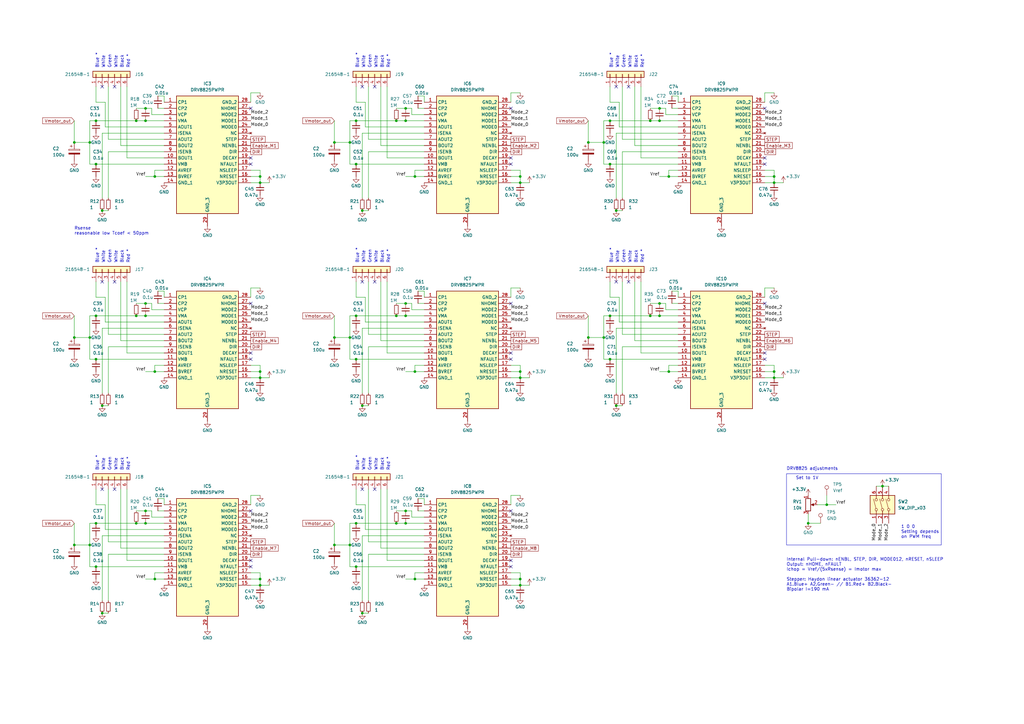
<source format=kicad_sch>
(kicad_sch (version 20230121) (generator eeschema)
  (paper "A3")
  (title_block (title "XBT Autolauncher 3.0") (rev "1") (company "NOAA/AOML") (comment 1 "Christian Saiz"))
  (junction (at 55.88 129.54))
  (junction (at 143.51 138.43))
  (junction (at 213.36 237.49))
  (junction (at 274.32 72.39))
  (junction (at 39.37 232.41))
  (junction (at 39.37 67.31))
  (junction (at 59.69 209.55))
  (junction (at 146.05 129.54))
  (junction (at 106.68 240.03))
  (junction (at 250.19 67.31))
  (junction (at 166.37 129.54))
  (junction (at 213.36 72.39))
  (junction (at 250.19 49.53))
  (junction (at 213.36 152.4))
  (junction (at 252.73 86.36))
  (junction (at 55.88 214.63))
  (junction (at 162.56 129.54))
  (junction (at 148.59 166.37))
  (junction (at 41.91 251.46))
  (junction (at 63.5 72.39))
  (junction (at 170.18 237.49))
  (junction (at 30.48 138.43))
  (junction (at 137.16 58.42))
  (junction (at 270.51 129.54))
  (junction (at 55.88 49.53))
  (junction (at 339.09 207.01))
  (junction (at 137.16 223.52))
  (junction (at 270.51 124.46))
  (junction (at 106.68 154.94))
  (junction (at 30.48 223.52))
  (junction (at 166.37 209.55))
  (junction (at 317.5 154.94))
  (junction (at 36.83 138.43))
  (junction (at 274.32 152.4))
  (junction (at 143.51 223.52))
  (junction (at 41.91 166.37))
  (junction (at 106.68 152.4))
  (junction (at 252.73 166.37))
  (junction (at 361.95 199.39))
  (junction (at 166.37 49.53))
  (junction (at 241.3 58.42))
  (junction (at 166.37 124.46))
  (junction (at 106.68 237.49))
  (junction (at 170.18 152.4))
  (junction (at 213.36 154.94))
  (junction (at 106.68 74.93))
  (junction (at 247.65 58.42))
  (junction (at 36.83 58.42))
  (junction (at 63.5 152.4))
  (junction (at 146.05 67.31))
  (junction (at 148.59 86.36))
  (junction (at 59.69 44.45))
  (junction (at 170.18 72.39))
  (junction (at 166.37 214.63))
  (junction (at 331.47 214.63))
  (junction (at 241.3 138.43))
  (junction (at 213.36 74.93))
  (junction (at 146.05 49.53))
  (junction (at 30.48 58.42))
  (junction (at 266.7 49.53))
  (junction (at 162.56 214.63))
  (junction (at 250.19 147.32))
  (junction (at 166.37 44.45))
  (junction (at 266.7 129.54))
  (junction (at 59.69 129.54))
  (junction (at 137.16 138.43))
  (junction (at 317.5 152.4))
  (junction (at 247.65 138.43))
  (junction (at 59.69 49.53))
  (junction (at 146.05 147.32))
  (junction (at 162.56 49.53))
  (junction (at 146.05 214.63))
  (junction (at 39.37 49.53))
  (junction (at 213.36 240.03))
  (junction (at 143.51 58.42))
  (junction (at 317.5 72.39))
  (junction (at 41.91 86.36))
  (junction (at 270.51 44.45))
  (junction (at 59.69 214.63))
  (junction (at 36.83 223.52))
  (junction (at 317.5 74.93))
  (junction (at 39.37 214.63))
  (junction (at 106.68 72.39))
  (junction (at 59.69 124.46))
  (junction (at 63.5 237.49))
  (junction (at 39.37 129.54))
  (junction (at 270.51 49.53))
  (junction (at 146.05 232.41))
  (junction (at 148.59 251.46))
  (junction (at 39.37 147.32))
  (junction (at 250.19 129.54))
  (no_connect (at 209.55 44.45))
  (no_connect (at 209.55 209.55))
  (no_connect (at 313.69 67.31))
  (no_connect (at 153.67 35.56))
  (no_connect (at 41.91 115.57))
  (no_connect (at 102.87 209.55))
  (no_connect (at 153.67 200.66))
  (no_connect (at 148.59 115.57))
  (no_connect (at 252.73 115.57))
  (no_connect (at 46.99 200.66))
  (no_connect (at 313.69 144.78))
  (no_connect (at 209.55 147.32))
  (no_connect (at 102.87 67.31))
  (no_connect (at 148.59 35.56))
  (no_connect (at 102.87 147.32))
  (no_connect (at 209.55 229.87))
  (no_connect (at 313.69 44.45))
  (no_connect (at 257.81 115.57))
  (no_connect (at 313.69 147.32))
  (no_connect (at 102.87 229.87))
  (no_connect (at 209.55 67.31))
  (no_connect (at 102.87 44.45))
  (no_connect (at 41.91 200.66))
  (no_connect (at 102.87 232.41))
  (no_connect (at 102.87 124.46))
  (no_connect (at 209.55 64.77))
  (no_connect (at 252.73 35.56))
  (no_connect (at 153.67 115.57))
  (no_connect (at 209.55 124.46))
  (no_connect (at 209.55 144.78))
  (no_connect (at 102.87 144.78))
  (no_connect (at 313.69 64.77))
  (no_connect (at 41.91 35.56))
  (no_connect (at 209.55 232.41))
  (no_connect (at 46.99 35.56))
  (no_connect (at 46.99 115.57))
  (no_connect (at 313.69 124.46))
  (no_connect (at 148.59 200.66))
  (no_connect (at 102.87 64.77))
  (no_connect (at 257.81 35.56))
  (wire (pts (xy 41.91 251.46) (xy 44.45 251.46)))
  (wire (pts (xy 313.69 154.94) (xy 317.5 154.94)))
  (wire (pts (xy 62.23 46.99) (xy 62.23 44.45)))
  (wire (pts (xy 102.87 69.85) (xy 106.68 69.85)))
  (wire (pts (xy 59.69 209.55) (xy 62.23 209.55)))
  (wire (pts (xy 260.35 139.7) (xy 260.35 115.57)))
  (wire (pts (xy 102.87 72.39) (xy 106.68 72.39)))
  (wire (pts (xy 64.77 124.46) (xy 67.31 124.46)))
  (wire (pts (xy 59.69 72.39) (xy 63.5 72.39)))
  (wire (pts (xy 67.31 39.37) (xy 64.77 39.37)))
  (wire (pts (xy 151.13 142.24) (xy 173.99 142.24)))
  (wire (pts (xy 252.73 166.37) (xy 255.27 166.37)))
  (wire (pts (xy 41.91 54.61) (xy 67.31 54.61)))
  (wire (pts (xy 102.87 41.91) (xy 102.87 38.1)))
  (wire (pts (xy 252.73 54.61) (xy 252.73 81.28)))
  (wire (pts (xy 63.5 152.4) (xy 67.31 152.4)))
  (wire (pts (xy 36.83 49.53) (xy 39.37 49.53)))
  (wire (pts (xy 63.5 237.49) (xy 67.31 237.49)))
  (wire (pts (xy 149.86 52.07) (xy 149.86 41.91)))
  (wire (pts (xy 260.35 59.69) (xy 260.35 35.56)))
  (wire (pts (xy 213.36 237.49) (xy 213.36 240.03)))
  (wire (pts (xy 67.31 41.91) (xy 67.31 39.37)))
  (wire (pts (xy 274.32 72.39) (xy 278.13 72.39)))
  (wire (pts (xy 137.16 138.43) (xy 137.16 129.54)))
  (wire (pts (xy 275.59 44.45) (xy 278.13 44.45)))
  (wire (pts (xy 209.55 203.2) (xy 213.36 203.2)))
  (wire (pts (xy 55.88 214.63) (xy 59.69 214.63)))
  (wire (pts (xy 63.5 149.86) (xy 63.5 152.4)))
  (wire (pts (xy 102.87 74.93) (xy 106.68 74.93)))
  (wire (pts (xy 67.31 69.85) (xy 63.5 69.85)))
  (wire (pts (xy 67.31 137.16) (xy 44.45 137.16)))
  (wire (pts (xy 173.99 144.78) (xy 158.75 144.78)))
  (wire (pts (xy 59.69 129.54) (xy 67.31 129.54)))
  (wire (pts (xy 146.05 49.53) (xy 162.56 49.53)))
  (wire (pts (xy 102.87 38.1) (xy 106.68 38.1)))
  (wire (pts (xy 173.99 52.07) (xy 149.86 52.07)))
  (wire (pts (xy 213.36 72.39) (xy 213.36 74.93)))
  (wire (pts (xy 41.91 86.36) (xy 44.45 86.36)))
  (wire (pts (xy 168.91 212.09) (xy 168.91 209.55)))
  (wire (pts (xy 317.5 149.86) (xy 317.5 152.4)))
  (wire (pts (xy 148.59 219.71) (xy 148.59 246.38)))
  (wire (pts (xy 173.99 139.7) (xy 156.21 139.7)))
  (wire (pts (xy 67.31 222.25) (xy 44.45 222.25)))
  (wire (pts (xy 170.18 69.85) (xy 170.18 72.39)))
  (wire (pts (xy 67.31 59.69) (xy 49.53 59.69)))
  (wire (pts (xy 67.31 212.09) (xy 62.23 212.09)))
  (wire (pts (xy 137.16 223.52) (xy 137.16 214.63)))
  (wire (pts (xy 213.36 74.93) (xy 217.17 74.93)))
  (wire (pts (xy 255.27 62.23) (xy 278.13 62.23)))
  (wire (pts (xy 55.88 209.55) (xy 59.69 209.55)))
  (wire (pts (xy 266.7 129.54) (xy 270.51 129.54)))
  (wire (pts (xy 148.59 251.46) (xy 151.13 251.46)))
  (wire (pts (xy 36.83 67.31) (xy 39.37 67.31)))
  (wire (pts (xy 173.99 57.15) (xy 151.13 57.15)))
  (wire (pts (xy 270.51 124.46) (xy 273.05 124.46)))
  (wire (pts (xy 158.75 64.77) (xy 158.75 35.56)))
  (wire (pts (xy 247.65 138.43) (xy 247.65 129.54)))
  (wire (pts (xy 255.27 137.16) (xy 255.27 115.57)))
  (wire (pts (xy 331.47 214.63) (xy 336.55 214.63)))
  (wire (pts (xy 67.31 204.47) (xy 64.77 204.47)))
  (wire (pts (xy 313.69 118.11) (xy 317.5 118.11)))
  (wire (pts (xy 143.51 49.53) (xy 146.05 49.53)))
  (wire (pts (xy 67.31 121.92) (xy 67.31 119.38)))
  (wire (pts (xy 173.99 127) (xy 168.91 127)))
  (wire (pts (xy 52.07 64.77) (xy 52.07 35.56)))
  (wire (pts (xy 106.68 72.39) (xy 106.68 74.93)))
  (wire (pts (xy 149.86 217.17) (xy 149.86 207.01)))
  (wire (pts (xy 313.69 74.93) (xy 317.5 74.93)))
  (wire (pts (xy 156.21 224.79) (xy 156.21 200.66)))
  (wire (pts (xy 67.31 64.77) (xy 52.07 64.77)))
  (wire (pts (xy 67.31 224.79) (xy 49.53 224.79)))
  (wire (pts (xy 266.7 124.46) (xy 270.51 124.46)))
  (wire (pts (xy 173.99 217.17) (xy 149.86 217.17)))
  (wire (pts (xy 255.27 142.24) (xy 278.13 142.24)))
  (wire (pts (xy 44.45 246.38) (xy 44.45 227.33)))
  (wire (pts (xy 313.69 41.91) (xy 313.69 38.1)))
  (wire (pts (xy 143.51 214.63) (xy 146.05 214.63)))
  (wire (pts (xy 30.48 138.43) (xy 30.48 129.54)))
  (wire (pts (xy 43.18 41.91) (xy 39.37 41.91)))
  (wire (pts (xy 102.87 203.2) (xy 106.68 203.2)))
  (wire (pts (xy 59.69 237.49) (xy 63.5 237.49)))
  (wire (pts (xy 149.86 207.01) (xy 146.05 207.01)))
  (wire (pts (xy 52.07 144.78) (xy 52.07 115.57)))
  (wire (pts (xy 64.77 209.55) (xy 67.31 209.55)))
  (wire (pts (xy 173.99 119.38) (xy 171.45 119.38)))
  (wire (pts (xy 63.5 72.39) (xy 67.31 72.39)))
  (wire (pts (xy 55.88 44.45) (xy 59.69 44.45)))
  (wire (pts (xy 106.68 234.95) (xy 106.68 237.49)))
  (wire (pts (xy 361.95 199.39) (xy 364.49 199.39)))
  (wire (pts (xy 250.19 147.32) (xy 278.13 147.32)))
  (wire (pts (xy 30.48 138.43) (xy 36.83 138.43)))
  (wire (pts (xy 62.23 212.09) (xy 62.23 209.55)))
  (wire (pts (xy 252.73 134.62) (xy 278.13 134.62)))
  (wire (pts (xy 168.91 127) (xy 168.91 124.46)))
  (wire (pts (xy 43.18 207.01) (xy 39.37 207.01)))
  (wire (pts (xy 275.59 124.46) (xy 278.13 124.46)))
  (wire (pts (xy 148.59 54.61) (xy 173.99 54.61)))
  (wire (pts (xy 313.69 152.4) (xy 317.5 152.4)))
  (wire (pts (xy 213.36 69.85) (xy 213.36 72.39)))
  (wire (pts (xy 173.99 207.01) (xy 173.99 204.47)))
  (wire (pts (xy 250.19 129.54) (xy 266.7 129.54)))
  (wire (pts (xy 62.23 127) (xy 62.23 124.46)))
  (wire (pts (xy 106.68 240.03) (xy 110.49 240.03)))
  (wire (pts (xy 278.13 149.86) (xy 274.32 149.86)))
  (wire (pts (xy 262.89 144.78) (xy 262.89 115.57)))
  (wire (pts (xy 67.31 139.7) (xy 49.53 139.7)))
  (wire (pts (xy 43.18 52.07) (xy 43.18 41.91)))
  (wire (pts (xy 36.83 58.42) (xy 36.83 49.53)))
  (wire (pts (xy 156.21 59.69) (xy 156.21 35.56)))
  (wire (pts (xy 173.99 224.79) (xy 156.21 224.79)))
  (wire (pts (xy 55.88 49.53) (xy 59.69 49.53)))
  (wire (pts (xy 162.56 44.45) (xy 166.37 44.45)))
  (wire (pts (xy 149.86 121.92) (xy 146.05 121.92)))
  (wire (pts (xy 270.51 72.39) (xy 274.32 72.39)))
  (wire (pts (xy 49.53 59.69) (xy 49.53 35.56)))
  (wire (pts (xy 63.5 234.95) (xy 63.5 237.49)))
  (wire (pts (xy 173.99 149.86) (xy 170.18 149.86)))
  (wire (pts (xy 158.75 229.87) (xy 158.75 200.66)))
  (wire (pts (xy 170.18 152.4) (xy 173.99 152.4)))
  (wire (pts (xy 64.77 44.45) (xy 67.31 44.45)))
  (wire (pts (xy 151.13 246.38) (xy 151.13 227.33)))
  (wire (pts (xy 317.5 72.39) (xy 317.5 74.93)))
  (wire (pts (xy 173.99 69.85) (xy 170.18 69.85)))
  (wire (pts (xy 67.31 144.78) (xy 52.07 144.78)))
  (wire (pts (xy 36.83 138.43) (xy 36.83 129.54)))
  (wire (pts (xy 166.37 49.53) (xy 173.99 49.53)))
  (wire (pts (xy 102.87 237.49) (xy 106.68 237.49)))
  (wire (pts (xy 67.31 46.99) (xy 62.23 46.99)))
  (wire (pts (xy 36.83 232.41) (xy 36.83 223.52)))
  (wire (pts (xy 146.05 129.54) (xy 162.56 129.54)))
  (wire (pts (xy 170.18 149.86) (xy 170.18 152.4)))
  (wire (pts (xy 166.37 214.63) (xy 173.99 214.63)))
  (wire (pts (xy 213.36 152.4) (xy 213.36 154.94)))
  (wire (pts (xy 359.41 199.39) (xy 361.95 199.39)))
  (wire (pts (xy 270.51 44.45) (xy 273.05 44.45)))
  (wire (pts (xy 162.56 49.53) (xy 166.37 49.53)))
  (wire (pts (xy 137.16 138.43) (xy 143.51 138.43)))
  (wire (pts (xy 36.83 147.32) (xy 39.37 147.32)))
  (wire (pts (xy 247.65 58.42) (xy 247.65 49.53)))
  (wire (pts (xy 339.09 207.01) (xy 335.28 207.01)))
  (wire (pts (xy 173.99 132.08) (xy 149.86 132.08)))
  (wire (pts (xy 102.87 152.4) (xy 106.68 152.4)))
  (wire (pts (xy 151.13 161.29) (xy 151.13 142.24)))
  (wire (pts (xy 36.83 223.52) (xy 36.83 214.63)))
  (wire (pts (xy 274.32 149.86) (xy 274.32 152.4)))
  (wire (pts (xy 106.68 149.86) (xy 106.68 152.4)))
  (wire (pts (xy 166.37 124.46) (xy 168.91 124.46)))
  (wire (pts (xy 162.56 129.54) (xy 166.37 129.54)))
  (wire (pts (xy 255.27 57.15) (xy 255.27 35.56)))
  (wire (pts (xy 102.87 154.94) (xy 106.68 154.94)))
  (wire (pts (xy 67.31 234.95) (xy 63.5 234.95)))
  (wire (pts (xy 255.27 81.28) (xy 255.27 62.23)))
  (wire (pts (xy 213.36 154.94) (xy 217.17 154.94)))
  (wire (pts (xy 162.56 124.46) (xy 166.37 124.46)))
  (wire (pts (xy 67.31 149.86) (xy 63.5 149.86)))
  (wire (pts (xy 106.68 152.4) (xy 106.68 154.94)))
  (wire (pts (xy 170.18 234.95) (xy 170.18 237.49)))
  (wire (pts (xy 143.51 223.52) (xy 143.51 214.63)))
  (wire (pts (xy 41.91 166.37) (xy 44.45 166.37)))
  (wire (pts (xy 44.45 137.16) (xy 44.45 115.57)))
  (wire (pts (xy 36.83 232.41) (xy 39.37 232.41)))
  (wire (pts (xy 254 121.92) (xy 250.19 121.92)))
  (wire (pts (xy 274.32 152.4) (xy 278.13 152.4)))
  (wire (pts (xy 262.89 64.77) (xy 262.89 35.56)))
  (wire (pts (xy 39.37 49.53) (xy 55.88 49.53)))
  (wire (pts (xy 255.27 161.29) (xy 255.27 142.24)))
  (wire (pts (xy 278.13 52.07) (xy 254 52.07)))
  (wire (pts (xy 52.07 229.87) (xy 52.07 200.66)))
  (wire (pts (xy 209.55 152.4) (xy 213.36 152.4)))
  (wire (pts (xy 166.37 129.54) (xy 173.99 129.54)))
  (wire (pts (xy 39.37 214.63) (xy 55.88 214.63)))
  (wire (pts (xy 30.48 58.42) (xy 36.83 58.42)))
  (wire (pts (xy 149.86 132.08) (xy 149.86 121.92)))
  (wire (pts (xy 39.37 121.92) (xy 39.37 115.57)))
  (wire (pts (xy 44.45 62.23) (xy 67.31 62.23)))
  (wire (pts (xy 213.36 234.95) (xy 213.36 237.49)))
  (wire (pts (xy 49.53 224.79) (xy 49.53 200.66)))
  (wire (pts (xy 67.31 119.38) (xy 64.77 119.38)))
  (wire (pts (xy 137.16 58.42) (xy 137.16 49.53)))
  (wire (pts (xy 143.51 147.32) (xy 146.05 147.32)))
  (wire (pts (xy 59.69 124.46) (xy 62.23 124.46)))
  (wire (pts (xy 209.55 149.86) (xy 213.36 149.86)))
  (wire (pts (xy 44.45 142.24) (xy 67.31 142.24)))
  (wire (pts (xy 173.99 39.37) (xy 171.45 39.37)))
  (wire (pts (xy 213.36 149.86) (xy 213.36 152.4)))
  (wire (pts (xy 41.91 134.62) (xy 67.31 134.62)))
  (wire (pts (xy 44.45 81.28) (xy 44.45 62.23)))
  (wire (pts (xy 278.13 127) (xy 273.05 127)))
  (wire (pts (xy 30.48 223.52) (xy 30.48 214.63)))
  (wire (pts (xy 166.37 152.4) (xy 170.18 152.4)))
  (wire (pts (xy 166.37 44.45) (xy 168.91 44.45)))
  (wire (pts (xy 209.55 72.39) (xy 213.36 72.39)))
  (wire (pts (xy 247.65 67.31) (xy 250.19 67.31)))
  (wire (pts (xy 102.87 118.11) (xy 106.68 118.11)))
  (wire (pts (xy 143.51 232.41) (xy 143.51 223.52)))
  (wire (pts (xy 63.5 69.85) (xy 63.5 72.39)))
  (wire (pts (xy 313.69 121.92) (xy 313.69 118.11)))
  (wire (pts (xy 278.13 119.38) (xy 275.59 119.38)))
  (wire (pts (xy 168.91 46.99) (xy 168.91 44.45)))
  (wire (pts (xy 148.59 134.62) (xy 148.59 161.29)))
  (wire (pts (xy 273.05 46.99) (xy 273.05 44.45)))
  (wire (pts (xy 166.37 72.39) (xy 170.18 72.39)))
  (wire (pts (xy 143.51 58.42) (xy 143.51 49.53)))
  (wire (pts (xy 313.69 149.86) (xy 317.5 149.86)))
  (wire (pts (xy 151.13 62.23) (xy 173.99 62.23)))
  (wire (pts (xy 313.69 38.1) (xy 317.5 38.1)))
  (wire (pts (xy 151.13 81.28) (xy 151.13 62.23)))
  (wire (pts (xy 278.13 59.69) (xy 260.35 59.69)))
  (wire (pts (xy 143.51 67.31) (xy 146.05 67.31)))
  (wire (pts (xy 313.69 72.39) (xy 317.5 72.39)))
  (wire (pts (xy 250.19 121.92) (xy 250.19 115.57)))
  (wire (pts (xy 342.9 207.01) (xy 339.09 207.01)))
  (wire (pts (xy 278.13 41.91) (xy 278.13 39.37)))
  (wire (pts (xy 273.05 127) (xy 273.05 124.46)))
  (wire (pts (xy 331.47 214.63) (xy 331.47 210.82)))
  (wire (pts (xy 44.45 57.15) (xy 44.45 35.56)))
  (wire (pts (xy 44.45 222.25) (xy 44.45 200.66)))
  (wire (pts (xy 43.18 121.92) (xy 39.37 121.92)))
  (wire (pts (xy 270.51 129.54) (xy 278.13 129.54)))
  (wire (pts (xy 241.3 138.43) (xy 241.3 129.54)))
  (wire (pts (xy 55.88 129.54) (xy 59.69 129.54)))
  (wire (pts (xy 252.73 54.61) (xy 278.13 54.61)))
  (wire (pts (xy 151.13 137.16) (xy 151.13 115.57)))
  (wire (pts (xy 146.05 67.31) (xy 173.99 67.31)))
  (wire (pts (xy 137.16 223.52) (xy 143.51 223.52)))
  (wire (pts (xy 317.5 74.93) (xy 321.31 74.93)))
  (wire (pts (xy 151.13 57.15) (xy 151.13 35.56)))
  (wire (pts (xy 151.13 222.25) (xy 151.13 200.66)))
  (wire (pts (xy 250.19 67.31) (xy 278.13 67.31)))
  (wire (pts (xy 209.55 207.01) (xy 209.55 203.2)))
  (wire (pts (xy 102.87 121.92) (xy 102.87 118.11)))
  (wire (pts (xy 173.99 41.91) (xy 173.99 39.37)))
  (wire (pts (xy 67.31 52.07) (xy 43.18 52.07)))
  (wire (pts (xy 106.68 237.49) (xy 106.68 240.03)))
  (wire (pts (xy 146.05 147.32) (xy 173.99 147.32)))
  (wire (pts (xy 254 52.07) (xy 254 41.91)))
  (wire (pts (xy 148.59 54.61) (xy 148.59 81.28)))
  (wire (pts (xy 278.13 69.85) (xy 274.32 69.85)))
  (wire (pts (xy 173.99 137.16) (xy 151.13 137.16)))
  (wire (pts (xy 250.19 41.91) (xy 250.19 35.56)))
  (wire (pts (xy 209.55 240.03) (xy 213.36 240.03)))
  (wire (pts (xy 270.51 152.4) (xy 274.32 152.4)))
  (wire (pts (xy 209.55 234.95) (xy 213.36 234.95)))
  (wire (pts (xy 106.68 154.94) (xy 110.49 154.94)))
  (wire (pts (xy 173.99 234.95) (xy 170.18 234.95)))
  (wire (pts (xy 39.37 207.01) (xy 39.37 200.66)))
  (wire (pts (xy 39.37 232.41) (xy 67.31 232.41)))
  (wire (pts (xy 250.19 49.53) (xy 266.7 49.53)))
  (wire (pts (xy 278.13 121.92) (xy 278.13 119.38)))
  (wire (pts (xy 67.31 229.87) (xy 52.07 229.87)))
  (wire (pts (xy 36.83 214.63) (xy 39.37 214.63)))
  (wire (pts (xy 274.32 69.85) (xy 274.32 72.39)))
  (wire (pts (xy 44.45 161.29) (xy 44.45 142.24)))
  (wire (pts (xy 278.13 139.7) (xy 260.35 139.7)))
  (wire (pts (xy 241.3 138.43) (xy 247.65 138.43)))
  (wire (pts (xy 173.99 121.92) (xy 173.99 119.38)))
  (wire (pts (xy 254 132.08) (xy 254 121.92)))
  (wire (pts (xy 170.18 237.49) (xy 173.99 237.49)))
  (wire (pts (xy 241.3 58.42) (xy 247.65 58.42)))
  (wire (pts (xy 148.59 166.37) (xy 151.13 166.37)))
  (wire (pts (xy 162.56 209.55) (xy 166.37 209.55)))
  (wire (pts (xy 171.45 44.45) (xy 173.99 44.45)))
  (wire (pts (xy 151.13 227.33) (xy 173.99 227.33)))
  (wire (pts (xy 39.37 41.91) (xy 39.37 35.56)))
  (wire (pts (xy 209.55 121.92) (xy 209.55 118.11)))
  (wire (pts (xy 213.36 240.03) (xy 217.17 240.03)))
  (wire (pts (xy 173.99 64.77) (xy 158.75 64.77)))
  (wire (pts (xy 146.05 232.41) (xy 173.99 232.41)))
  (wire (pts (xy 209.55 69.85) (xy 213.36 69.85)))
  (wire (pts (xy 143.51 232.41) (xy 146.05 232.41)))
  (wire (pts (xy 173.99 46.99) (xy 168.91 46.99)))
  (wire (pts (xy 59.69 214.63) (xy 67.31 214.63)))
  (wire (pts (xy 146.05 214.63) (xy 162.56 214.63)))
  (wire (pts (xy 106.68 69.85) (xy 106.68 72.39)))
  (wire (pts (xy 36.83 147.32) (xy 36.83 138.43)))
  (wire (pts (xy 143.51 147.32) (xy 143.51 138.43)))
  (wire (pts (xy 278.13 137.16) (xy 255.27 137.16)))
  (wire (pts (xy 170.18 72.39) (xy 173.99 72.39)))
  (wire (pts (xy 102.87 240.03) (xy 106.68 240.03)))
  (wire (pts (xy 36.83 67.31) (xy 36.83 58.42)))
  (wire (pts (xy 173.99 59.69) (xy 156.21 59.69)))
  (wire (pts (xy 171.45 124.46) (xy 173.99 124.46)))
  (wire (pts (xy 39.37 67.31) (xy 67.31 67.31)))
  (wire (pts (xy 278.13 144.78) (xy 262.89 144.78)))
  (wire (pts (xy 44.45 227.33) (xy 67.31 227.33)))
  (wire (pts (xy 278.13 57.15) (xy 255.27 57.15)))
  (wire (pts (xy 39.37 129.54) (xy 55.88 129.54)))
  (wire (pts (xy 278.13 46.99) (xy 273.05 46.99)))
  (wire (pts (xy 339.09 203.2) (xy 339.09 207.01)))
  (wire (pts (xy 209.55 41.91) (xy 209.55 38.1)))
  (wire (pts (xy 166.37 209.55) (xy 168.91 209.55)))
  (wire (pts (xy 278.13 64.77) (xy 262.89 64.77)))
  (wire (pts (xy 59.69 152.4) (xy 63.5 152.4)))
  (wire (pts (xy 209.55 38.1) (xy 213.36 38.1)))
  (wire (pts (xy 254 41.91) (xy 250.19 41.91)))
  (wire (pts (xy 247.65 129.54) (xy 250.19 129.54)))
  (wire (pts (xy 67.31 207.01) (xy 67.31 204.47)))
  (wire (pts (xy 278.13 132.08) (xy 254 132.08)))
  (wire (pts (xy 148.59 86.36) (xy 151.13 86.36)))
  (wire (pts (xy 36.83 129.54) (xy 39.37 129.54)))
  (wire (pts (xy 252.73 86.36) (xy 255.27 86.36)))
  (wire (pts (xy 247.65 49.53) (xy 250.19 49.53)))
  (wire (pts (xy 146.05 121.92) (xy 146.05 115.57)))
  (wire (pts (xy 158.75 144.78) (xy 158.75 115.57)))
  (wire (pts (xy 49.53 139.7) (xy 49.53 115.57)))
  (wire (pts (xy 143.51 129.54) (xy 146.05 129.54)))
  (wire (pts (xy 173.99 229.87) (xy 158.75 229.87)))
  (wire (pts (xy 59.69 44.45) (xy 62.23 44.45)))
  (wire (pts (xy 209.55 154.94) (xy 213.36 154.94)))
  (wire (pts (xy 143.51 67.31) (xy 143.51 58.42)))
  (wire (pts (xy 137.16 58.42) (xy 143.51 58.42)))
  (wire (pts (xy 59.69 49.53) (xy 67.31 49.53)))
  (wire (pts (xy 266.7 49.53) (xy 270.51 49.53)))
  (wire (pts (xy 41.91 219.71) (xy 67.31 219.71)))
  (wire (pts (xy 278.13 39.37) (xy 275.59 39.37)))
  (wire (pts (xy 156.21 139.7) (xy 156.21 115.57)))
  (wire (pts (xy 313.69 69.85) (xy 317.5 69.85)))
  (wire (pts (xy 146.05 41.91) (xy 146.05 35.56)))
  (wire (pts (xy 43.18 132.08) (xy 43.18 121.92)))
  (wire (pts (xy 247.65 147.32) (xy 247.65 138.43)))
  (wire (pts (xy 173.99 204.47) (xy 171.45 204.47)))
  (wire (pts (xy 166.37 237.49) (xy 170.18 237.49)))
  (wire (pts (xy 43.18 217.17) (xy 43.18 207.01)))
  (wire (pts (xy 148.59 219.71) (xy 173.99 219.71)))
  (wire (pts (xy 41.91 134.62) (xy 41.91 161.29)))
  (wire (pts (xy 209.55 118.11) (xy 213.36 118.11)))
  (wire (pts (xy 41.91 54.61) (xy 41.91 81.28)))
  (wire (pts (xy 149.86 41.91) (xy 146.05 41.91)))
  (wire (pts (xy 209.55 237.49) (xy 213.36 237.49)))
  (wire (pts (xy 173.99 212.09) (xy 168.91 212.09)))
  (wire (pts (xy 55.88 124.46) (xy 59.69 124.46)))
  (wire (pts (xy 252.73 134.62) (xy 252.73 161.29)))
  (wire (pts (xy 30.48 58.42) (xy 30.48 49.53)))
  (wire (pts (xy 67.31 127) (xy 62.23 127)))
  (wire (pts (xy 39.37 147.32) (xy 67.31 147.32)))
  (wire (pts (xy 317.5 69.85) (xy 317.5 72.39)))
  (wire (pts (xy 102.87 149.86) (xy 106.68 149.86)))
  (wire (pts (xy 317.5 152.4) (xy 317.5 154.94)))
  (wire (pts (xy 247.65 147.32) (xy 250.19 147.32)))
  (wire (pts (xy 247.65 67.31) (xy 247.65 58.42)))
  (wire (pts (xy 173.99 222.25) (xy 151.13 222.25)))
  (wire (pts (xy 30.48 223.52) (xy 36.83 223.52)))
  (wire (pts (xy 241.3 58.42) (xy 241.3 49.53)))
  (wire (pts (xy 162.56 214.63) (xy 166.37 214.63)))
  (wire (pts (xy 209.55 74.93) (xy 213.36 74.93)))
  (wire (pts (xy 171.45 209.55) (xy 173.99 209.55)))
  (wire (pts (xy 266.7 44.45) (xy 270.51 44.45)))
  (wire (pts (xy 102.87 234.95) (xy 106.68 234.95)))
  (wire (pts (xy 146.05 207.01) (xy 146.05 200.66)))
  (wire (pts (xy 270.51 49.53) (xy 278.13 49.53)))
  (wire (pts (xy 67.31 132.08) (xy 43.18 132.08)))
  (wire (pts (xy 41.91 219.71) (xy 41.91 246.38)))
  (wire (pts (xy 317.5 154.94) (xy 321.31 154.94)))
  (wire (pts (xy 67.31 57.15) (xy 44.45 57.15)))
  (wire (pts (xy 148.59 134.62) (xy 173.99 134.62)))
  (wire (pts (xy 106.68 74.93) (xy 110.49 74.93)))
  (wire (pts (xy 102.87 207.01) (xy 102.87 203.2)))
  (wire (pts (xy 143.51 138.43) (xy 143.51 129.54)))
  (wire (pts (xy 67.31 217.17) (xy 43.18 217.17)))
  (rectangle (start 322.58 194.31) (end 386.08 223.52))
  (text "Red *" (at 53.34 193.04 90) (effects (font (size 1.27 1.27)) (justify left bottom)))
  (text "White" (at 149.86 107.95 90) (effects (font (size 1.27 1.27)) (justify left bottom)))
  (text "White" (at 48.26 193.04 90) (effects (font (size 1.27 1.27)) (justify left bottom)))
  (text "Blue *" (at 40.64 193.04 90) (effects (font (size 1.27 1.27)) (justify left bottom)))
  (text "White" (at 48.26 107.95 90) (effects (font (size 1.27 1.27)) (justify left bottom)))
  (text "White" (at 254 107.95 90) (effects (font (size 1.27 1.27)) (justify left bottom)))
  (text "Blue *" (at 147.32 193.04 90) (effects (font (size 1.27 1.27)) (justify left bottom)))
  (text "Rsense\nreasonable low Tcoef < 50ppm" (at 30.48 96.52 0) (effects (font (size 1.27 1.27)) (justify left bottom)))
  (text "Black" (at 261.62 107.95 90) (effects (font (size 1.27 1.27)) (justify left bottom)))
  (text "White" (at 254 27.94 90) (effects (font (size 1.27 1.27)) (justify left bottom)))
  (text "Green" (at 152.4 27.94 90) (effects (font (size 1.27 1.27)) (justify left bottom)))
  (text "Black" (at 157.48 107.95 90) (effects (font (size 1.27 1.27)) (justify left bottom)))
  (text "Red *" (at 264.16 27.94 90) (effects (font (size 1.27 1.27)) (justify left bottom)))
  (text "White" (at 154.94 107.95 90) (effects (font (size 1.27 1.27)) (justify left bottom)))
  (text "White" (at 43.18 107.95 90) (effects (font (size 1.27 1.27)) (justify left bottom)))
  (text "Red *" (at 53.34 107.95 90) (effects (font (size 1.27 1.27)) (justify left bottom)))
  (text "Black" (at 261.62 27.94 90) (effects (font (size 1.27 1.27)) (justify left bottom)))
  (text "White" (at 154.94 27.94 90) (effects (font (size 1.27 1.27)) (justify left bottom)))
  (text "Green" (at 45.72 193.04 90) (effects (font (size 1.27 1.27)) (justify left bottom)))
  (text "Green" (at 45.72 107.95 90) (effects (font (size 1.27 1.27)) (justify left bottom)))
  (text "DRV8825 adjustments" (at 322.58 193.04 0) (effects (font (size 1.27 1.27)) (justify left bottom)))
  (text "Red *" (at 160.02 107.95 90) (effects (font (size 1.27 1.27)) (justify left bottom)))
  (text "Black" (at 50.8 27.94 90) (effects (font (size 1.27 1.27)) (justify left bottom)))
  (text "Red *" (at 160.02 193.04 90) (effects (font (size 1.27 1.27)) (justify left bottom)))
  (text "Green" (at 152.4 107.95 90) (effects (font (size 1.27 1.27)) (justify left bottom)))
  (text "Blue *" (at 147.32 107.95 90) (effects (font (size 1.27 1.27)) (justify left bottom)))
  (text "Green" (at 256.54 27.94 90) (effects (font (size 1.27 1.27)) (justify left bottom)))
  (text "Black" (at 50.8 107.95 90) (effects (font (size 1.27 1.27)) (justify left bottom)))
  (text "White" (at 43.18 193.04 90) (effects (font (size 1.27 1.27)) (justify left bottom)))
  (text "White" (at 259.08 107.95 90) (effects (font (size 1.27 1.27)) (justify left bottom)))
  (text "Set to 1V" (at 326.39 196.85 0) (effects (font (size 1.27 1.27)) (justify left bottom)))
  (text "Internal Pull-down: nENBL, STEP, DIR, MODE012, nRESET, nSLEEP\nOutput: nHOME, nFAULT\nIchop = Vref/(5xRsense) = Imotor max\n\nStepper: Haydon linear actuator 36362-12\nA1.Blue+ A2.Green- // B1.Red+ B2.Black-\nBipolar I=190 mA\n" (at 322.58 242.57 0) (effects (font (size 1.27 1.27)) (justify left bottom)))
  (text "Red *" (at 53.34 27.94 90) (effects (font (size 1.27 1.27)) (justify left bottom)))
  (text "Black" (at 157.48 193.04 90) (effects (font (size 1.27 1.27)) (justify left bottom)))
  (text "White" (at 259.08 27.94 90) (effects (font (size 1.27 1.27)) (justify left bottom)))
  (text "White" (at 43.18 27.94 90) (effects (font (size 1.27 1.27)) (justify left bottom)))
  (text "Red *" (at 160.02 27.94 90) (effects (font (size 1.27 1.27)) (justify left bottom)))
  (text "White" (at 149.86 193.04 90) (effects (font (size 1.27 1.27)) (justify left bottom)))
  (text "Red *" (at 264.16 107.95 90) (effects (font (size 1.27 1.27)) (justify left bottom)))
  (text "White" (at 149.86 27.94 90) (effects (font (size 1.27 1.27)) (justify left bottom)))
  (text "Blue *" (at 251.46 27.94 90) (effects (font (size 1.27 1.27)) (justify left bottom)))
  (text "Blue *" (at 40.64 107.95 90) (effects (font (size 1.27 1.27)) (justify left bottom)))
  (text "Green" (at 152.4 193.04 90) (effects (font (size 1.27 1.27)) (justify left bottom)))
  (text "Blue *" (at 147.32 27.94 90) (effects (font (size 1.27 1.27)) (justify left bottom)))
  (text "Black" (at 50.8 193.04 90) (effects (font (size 1.27 1.27)) (justify left bottom)))
  (text "Green" (at 256.54 107.95 90) (effects (font (size 1.27 1.27)) (justify left bottom)))
  (text "White" (at 154.94 193.04 90) (effects (font (size 1.27 1.27)) (justify left bottom)))
  (text "1 0 0\nSetting depends \non PWM freq" (at 369.57 220.98 0) (effects (font (size 1.27 1.27)) (justify left bottom)))
  (text "Blue *" (at 251.46 107.95 90) (effects (font (size 1.27 1.27)) (justify left bottom)))
  (text "White" (at 48.26 27.94 90) (effects (font (size 1.27 1.27)) (justify left bottom)))
  (text "Blue *" (at 40.64 27.94 90) (effects (font (size 1.27 1.27)) (justify left bottom)))
  (text "Green" (at 45.72 27.94 90) (effects (font (size 1.27 1.27)) (justify left bottom)))
  (text "Black" (at 157.48 27.94 90) (effects (font (size 1.27 1.27)) (justify left bottom)))
  (label "Mode_0" (at 102.87 217.17 0))
  (label "Mode_2" (at 102.87 46.99 0))
  (label "Mode_1" (at 361.95 214.63 270))
  (label "Mode_1" (at 313.69 129.54 0))
  (label "Vref" (at 166.37 152.4 180))
  (label "Vref" (at 59.69 72.39 180))
  (label "Mode_0" (at 313.69 52.07 0))
  (label "Vref" (at 342.9 207.01 0))
  (label "Mode_0" (at 102.87 52.07 0))
  (label "Mode_0" (at 102.87 132.08 0))
  (label "Mode_0" (at 209.55 217.17 0))
  (label "Mode_1" (at 102.87 49.53 0))
  (label "Vref" (at 59.69 237.49 180))
  (label "Mode_1" (at 209.55 49.53 0))
  (label "Vref" (at 270.51 72.39 180))
  (label "Mode_0" (at 359.41 214.63 270))
  (label "Mode_2" (at 102.87 127 0))
  (label "Mode_1" (at 102.87 129.54 0))
  (label "Mode_2" (at 313.69 127 0))
  (label "Mode_2" (at 102.87 212.09 0))
  (label "Vref" (at 166.37 237.49 180))
  (label "Mode_1" (at 209.55 129.54 0))
  (label "Mode_1" (at 102.87 214.63 0))
  (label "Vref" (at 59.69 152.4 180))
  (label "Mode_1" (at 209.55 214.63 0))
  (label "Mode_2" (at 209.55 46.99 0))
  (label "Vref" (at 270.51 152.4 180))
  (label "Mode_2" (at 209.55 127 0))
  (label "Mode_2" (at 209.55 212.09 0))
  (label "Mode_0" (at 209.55 132.08 0))
  (label "Mode_2" (at 364.49 214.63 270))
  (label "Mode_2" (at 313.69 46.99 0))
  (label "Mode_1" (at 313.69 49.53 0))
  (label "Mode_0" (at 209.55 52.07 0))
  (label "Vref" (at 166.37 72.39 180))
  (label "Mode_0" (at 313.69 132.08 0))
  (global_label "Enable_M5" (shape passive) (at 209.55 139.7 0) (property "Intersheetrefs" "${INTERSHEET_REFS}" (effects hide)))
  (global_label "Enable_M3" (shape passive) (at 313.69 59.69 0) (property "Intersheetrefs" "${INTERSHEET_REFS}" (effects hide)))
  (global_label "Vmotor_out" (shape input) (at 30.48 214.63 180) (property "Intersheetrefs" "${INTERSHEET_REFS}" (effects hide)))
  (global_label "DIR" (shape passive) (at 102.87 227.33 0) (property "Intersheetrefs" "${INTERSHEET_REFS}" (effects hide)))
  (global_label "DIR" (shape passive) (at 209.55 62.23 0) (property "Intersheetrefs" "${INTERSHEET_REFS}" (effects hide)))
  (global_label "Enable_M1" (shape passive) (at 102.87 59.69 0) (property "Intersheetrefs" "${INTERSHEET_REFS}" (effects hide)))
  (global_label "STEP" (shape passive) (at 209.55 57.15 0) (property "Intersheetrefs" "${INTERSHEET_REFS}" (effects hide)))
  (global_label "Vmotor_out" (shape input) (at 137.16 49.53 180) (property "Intersheetrefs" "${INTERSHEET_REFS}" (effects hide)))
  (global_label "DIR" (shape passive) (at 102.87 62.23 0) (property "Intersheetrefs" "${INTERSHEET_REFS}" (effects hide)))
  (global_label "DIR" (shape passive) (at 102.87 142.24 0) (property "Intersheetrefs" "${INTERSHEET_REFS}" (effects hide)))
  (global_label "STEP" (shape passive) (at 102.87 222.25 0) (property "Intersheetrefs" "${INTERSHEET_REFS}" (effects hide)))
  (global_label "Enable_M7" (shape passive) (at 102.87 224.79 0) (property "Intersheetrefs" "${INTERSHEET_REFS}" (effects hide)))
  (global_label "Vmotor_out" (shape input) (at 30.48 129.54 180) (property "Intersheetrefs" "${INTERSHEET_REFS}" (effects hide)))
  (global_label "Vmotor_out" (shape input) (at 137.16 129.54 180) (property "Intersheetrefs" "${INTERSHEET_REFS}" (effects hide)))
  (global_label "STEP" (shape passive) (at 313.69 137.16 0) (property "Intersheetrefs" "${INTERSHEET_REFS}" (effects hide)))
  (global_label "Vmotor_out" (shape input) (at 137.16 214.63 180) (property "Intersheetrefs" "${INTERSHEET_REFS}" (effects hide)))
  (global_label "Vmotor_out" (shape input) (at 30.48 49.53 180) (property "Intersheetrefs" "${INTERSHEET_REFS}" (effects hide)))
  (global_label "DIR" (shape passive) (at 209.55 142.24 0) (property "Intersheetrefs" "${INTERSHEET_REFS}" (effects hide)))
  (global_label "STEP" (shape passive) (at 102.87 57.15 0) (property "Intersheetrefs" "${INTERSHEET_REFS}" (effects hide)))
  (global_label "Enable_M4" (shape passive) (at 102.87 139.7 0) (property "Intersheetrefs" "${INTERSHEET_REFS}" (effects hide)))
  (global_label "DIR" (shape passive) (at 209.55 227.33 0) (property "Intersheetrefs" "${INTERSHEET_REFS}" (effects hide)))
  (global_label "DIR" (shape passive) (at 313.69 62.23 0) (property "Intersheetrefs" "${INTERSHEET_REFS}" (effects hide)))
  (global_label "STEP" (shape passive) (at 209.55 222.25 0) (property "Intersheetrefs" "${INTERSHEET_REFS}" (effects hide)))
  (global_label "Enable_M2" (shape passive) (at 209.55 59.69 0) (property "Intersheetrefs" "${INTERSHEET_REFS}" (effects hide)))
  (global_label "Vmotor_out" (shape input) (at 241.3 129.54 180) (property "Intersheetrefs" "${INTERSHEET_REFS}" (effects hide)))
  (global_label "STEP" (shape passive) (at 102.87 137.16 0) (property "Intersheetrefs" "${INTERSHEET_REFS}" (effects hide)))
  (global_label "STEP" (shape passive) (at 209.55 137.16 0) (property "Intersheetrefs" "${INTERSHEET_REFS}" (effects hide)))
  (global_label "DIR" (shape passive) (at 313.69 142.24 0) (property "Intersheetrefs" "${INTERSHEET_REFS}" (effects hide)))
  (global_label "Enable_M8" (shape passive) (at 209.55 224.79 0) (property "Intersheetrefs" "${INTERSHEET_REFS}" (effects hide)))
  (global_label "STEP" (shape passive) (at 313.69 57.15 0) (property "Intersheetrefs" "${INTERSHEET_REFS}" (effects hide)))
  (global_label "Vmotor_out" (shape input) (at 241.3 49.53 180) (property "Intersheetrefs" "${INTERSHEET_REFS}" (effects hide)))
  (global_label "Enable_M6" (shape passive) (at 313.69 139.7 0) (property "Intersheetrefs" "${INTERSHEET_REFS}" (effects hide)))
  (symbol (lib_id "power:GND") (at 191.77 257.81 0) (unit 1)
    (property "Reference" "#PWR0132" (effects hide))
    (property "Value" "GND" (at 191.77 261.62 0))
  )
  (symbol (lib_id "Device:C_Polarized") (at 137.16 227.33 0) (unit 1)
    (property "Reference" "C2" (at 128.27 226.06 0) (effects (justify left)))
    (property "Value" "100u" (at 128.27 228.6 0) (effects (justify left)))
    (property "Footprint" "Capacitor_100uF:PCAP_8x112_PAN" (effects hide))
    (property "Datasheet" "https://mm.digikey.com/Volume0/opasdata/d220001/medias/docus/2452/ECA-xxM%20Series,TypeA.pdf" (effects hide))
    (property "Digikey" "https://www.digikey.com/en/products/detail/panasonic-electronic-components/ECA-1HM101/245041" (effects hide))
    (property "Cost" "0.39" (effects hide))
    (property "Part" "ECA-1HM101" (effects hide))
    (instances (project "AOML_AB_3.0_reorganized-v2" (path "" (reference "C2") (unit 1)) (path "" (reference "C50") (unit 1))))
  )
  (symbol (lib_id "power:GND") (at 250.19 152.4 0) (unit 1)
    (property "Reference" "#PWR0147" (effects hide))
    (property "Value" "GND" (at 250.19 156.21 0))
  )
  (symbol (lib_id "Device:C_Small") (at 275.59 121.92 180) (unit 1)
    (property "Reference" "C75" (at 274.32 115.57 0) (effects (justify right)))
    (property "Value" "0.01u" (at 274.32 118.11 0) (effects (justify right)))
    (property "Footprint" "Capacitor_001uF-0805:CAP_CL21_SAM" (effects hide))
    (property "Digikey" "https://www.digikey.com/en/products/detail/samsung-electro-mechanics/CL21B103KBANNNC/3886673" (effects hide))
    (property "Cost" "0.1" (effects hide))
    (property "Part" "CL21B103KBANNNC" (effects hide))
  )
  (symbol (lib_id "Device:C_Small") (at 146.05 132.08 180) (unit 1)
    (property "Reference" "C53" (at 144.78 124.46 0) (effects (justify right)))
    (property "Value" "0.1u" (at 144.78 127 0) (effects (justify right)))
    (property "Footprint" "Capacitor_01uF-0805:CAP_CL21_SAM" (effects hide))
    (property "Datasheet" "https://mm.digikey.com/Volume0/opasdata/d220001/medias/docus/609/CL21B104KBCNNN_Spec.pdf" (effects hide))
    (property "Digikey" "https://www.digikey.com/en/products/detail/samsung-electro-mechanics/CL21B104KBCNNNC/3886661" (effects hide))
    (property "Cost" "0.1" (effects hide))
    (property "Part" "CL21B104KBCNNNC" (effects hide))
  )
  (symbol (lib_id "Device:R_Small") (at 55.88 46.99 0) (unit 1)
    (property "Reference" "R18" (at 53.34 40.64 0) (effects (justify left)))
    (property "Value" "1M" (at 53.34 43.18 0) (effects (justify left)))
    (property "Footprint" "Resistor_0805:RC0805N_YAG" (effects hide))
    (property "Datasheet" "https://www.yageo.com/upload/media/product/productsearch/datasheet/rchip/PYu-RC_Group_51_RoHS_L_12.pdf" (effects hide))
    (property "Digikey" "https://www.digikey.com/en/products/detail/yageo/RC0805FR-131ML/14008312" (effects hide))
    (property "Cost" "0.1" (effects hide))
    (property "Part" "RC0805FR-131ML" (effects hide))
  )
  (symbol (lib_id "Device:C_Small") (at 106.68 157.48 180) (unit 1)
    (property "Reference" "C46" (at 100.33 157.48 0) (effects (justify right)))
    (property "Value" "0.47u" (at 100.33 160.02 0) (effects (justify right)))
    (property "Footprint" "Capacitor_047uF:CAP_CL_21_SAM" (effects hide))
    (property "Digikey" "https://www.digikey.com/en/products/detail/samsung-electro-mechanics/CL21B474KBFNNNG/3894539" (effects hide))
    (property "Cost" "0.1" (effects hide))
    (property "Part" "CL21B474KBFNNNG" (effects hide))
  )
  (symbol (lib_id "power:+3.3V") (at 321.31 154.94 0) (unit 1)
    (property "Reference" "#PWR0159" (effects hide))
    (property "Value" "+3.3V" (at 325.12 152.4 0))
  )
  (symbol (lib_id "Device:C_Small") (at 270.51 127 180) (unit 1)
    (property "Reference" "C73" (at 269.24 119.38 0) (effects (justify right)))
    (property "Value" "0.1u" (at 269.24 121.92 0) (effects (justify right)))
    (property "Footprint" "Capacitor_01uF-0805:CAP_CL21_SAM" (effects hide))
    (property "Datasheet" "https://mm.digikey.com/Volume0/opasdata/d220001/medias/docus/609/CL21B104KBCNNN_Spec.pdf" (effects hide))
    (property "Digikey" "https://www.digikey.com/en/products/detail/samsung-electro-mechanics/CL21B104KBCNNNC/3886661" (effects hide))
    (property "Cost" "0.1" (effects hide))
    (property "Part" "CL21B104KBCNNNC" (effects hide))
  )
  (symbol (lib_id "Device:C_Small") (at 106.68 77.47 180) (unit 1)
    (property "Reference" "C45" (at 100.33 77.47 0) (effects (justify right)))
    (property "Value" "0.47u" (at 100.33 80.01 0) (effects (justify right)))
    (property "Footprint" "Capacitor_047uF:CAP_CL_21_SAM" (effects hide))
    (property "Digikey" "https://www.digikey.com/en/products/detail/samsung-electro-mechanics/CL21B474KBFNNNG/3894539" (effects hide))
    (property "Cost" "0.1" (effects hide))
    (property "Part" "CL21B474KBFNNNG" (effects hide))
  )
  (symbol (lib_id "power:GND") (at 39.37 72.39 0) (unit 1)
    (property "Reference" "#PWR092" (effects hide))
    (property "Value" "GND" (at 39.37 76.2 0))
  )
  (symbol (lib_id "Device:R_Small") (at 44.45 163.83 180) (unit 1)
    (property "Reference" "R16" (at 46.99 162.56 0) (effects (justify right)))
    (property "Value" "1" (at 46.99 165.1 0) (effects (justify right)))
    (property "Footprint" "Resistor_0805:RC0805N_YAG" (effects hide))
    (property "Datasheet" "https://www.yageo.com/upload/media/product/app/datasheet/rchip/pyu-rt_1-to-0.01_rohs_l.pdf" (effects hide))
    (property "Digikey" "https://www.digikey.com/en/products/detail/yageo/RT0805FRE071RL/5934333" (effects hide))
    (property "Cost" "0.1" (effects hide))
    (property "Part" "RT0805FRE071RL" (effects hide))
  )
  (symbol (lib_id "Device:R_Small") (at 255.27 163.83 180) (unit 1)
    (property "Reference" "R33" (at 257.81 162.56 0) (effects (justify right)))
    (property "Value" "1" (at 257.81 165.1 0) (effects (justify right)))
    (property "Footprint" "Resistor_0805:RC0805N_YAG" (effects hide))
    (property "Datasheet" "https://www.yageo.com/upload/media/product/app/datasheet/rchip/pyu-rt_1-to-0.01_rohs_l.pdf" (effects hide))
    (property "Digikey" "https://www.digikey.com/en/products/detail/yageo/RT0805FRE071RL/5934333" (effects hide))
    (property "Cost" "0.1" (effects hide))
    (property "Part" "RT0805FRE071RL" (effects hide))
  )
  (symbol (lib_id "power:GND") (at 41.91 86.36 0) (unit 1)
    (property "Reference" "#PWR097" (effects hide))
    (property "Value" "GND" (at 41.91 90.17 0))
  )
  (symbol (lib_id "power:GND") (at 67.31 154.94 0) (unit 1)
    (property "Reference" "#PWR0101" (effects hide))
    (property "Value" "GND" (at 67.31 158.75 0))
  )
  (symbol (lib_id "Device:C_Small") (at 59.69 212.09 180) (unit 1)
    (property "Reference" "C41" (at 58.42 204.47 0) (effects (justify right)))
    (property "Value" "0.1u" (at 58.42 207.01 0) (effects (justify right)))
    (property "Footprint" "Capacitor_01uF-0805:CAP_CL21_SAM" (effects hide))
    (property "Datasheet" "https://mm.digikey.com/Volume0/opasdata/d220001/medias/docus/609/CL21B104KBCNNN_Spec.pdf" (effects hide))
    (property "Digikey" "https://www.digikey.com/en/products/detail/samsung-electro-mechanics/CL21B104KBCNNNC/3886661" (effects hide))
    (property "Cost" "0.1" (effects hide))
    (property "Part" "CL21B104KBCNNNC" (effects hide))
  )
  (symbol (lib_id "power:GND") (at 252.73 86.36 0) (unit 1)
    (property "Reference" "#PWR0148" (effects hide))
    (property "Value" "GND" (at 252.73 90.17 0))
  )
  (symbol (lib_id "Device:C_Small") (at 146.05 217.17 180) (unit 1)
    (property "Reference" "C55" (at 144.78 209.55 0) (effects (justify right)))
    (property "Value" "0.1u" (at 144.78 212.09 0) (effects (justify right)))
    (property "Footprint" "Capacitor_01uF-0805:CAP_CL21_SAM" (effects hide))
    (property "Datasheet" "https://mm.digikey.com/Volume0/opasdata/d220001/medias/docus/609/CL21B104KBCNNN_Spec.pdf" (effects hide))
    (property "Digikey" "https://www.digikey.com/en/products/detail/samsung-electro-mechanics/CL21B104KBCNNNC/3886661" (effects hide))
    (property "Cost" "0.1" (effects hide))
    (property "Part" "CL21B104KBCNNNC" (effects hide))
  )
  (symbol (lib_id "power:GND") (at 250.19 134.62 0) (unit 1)
    (property "Reference" "#PWR0146" (effects hide))
    (property "Value" "GND" (at 250.19 138.43 0))
  )
  (symbol (lib_id "Device:C_Polarized") (at 30.48 62.23 0) (unit 1)
    (property "Reference" "C2" (at 21.59 60.96 0) (effects (justify left)))
    (property "Value" "100u" (at 21.59 63.5 0) (effects (justify left)))
    (property "Footprint" "Capacitor_100uF:PCAP_8x112_PAN" (effects hide))
    (property "Datasheet" "https://mm.digikey.com/Volume0/opasdata/d220001/medias/docus/2452/ECA-xxM%20Series,TypeA.pdf" (effects hide))
    (property "Digikey" "https://www.digikey.com/en/products/detail/panasonic-electronic-components/ECA-1HM101/245041" (effects hide))
    (property "Cost" "0.39" (effects hide))
    (property "Part" "ECA-1HM101" (effects hide))
    (instances (project "AOML_AB_3.0_reorganized-v2" (path "" (reference "C2") (unit 1)) (path "" (reference "C30") (unit 1))))
  )
  (symbol (lib_id "power:+3.3V") (at 321.31 74.93 0) (unit 1)
    (property "Reference" "#PWR0158" (effects hide))
    (property "Value" "+3.3V" (at 325.12 72.39 0))
  )
  (symbol (lib_id "Device:R_Small") (at 162.56 212.09 0) (unit 1)
    (property "Reference" "R29" (at 160.02 205.74 0) (effects (justify left)))
    (property "Value" "1M" (at 160.02 208.28 0) (effects (justify left)))
    (property "Footprint" "Resistor_0805:RC0805N_YAG" (effects hide))
    (property "Datasheet" "https://www.yageo.com/upload/media/product/productsearch/datasheet/rchip/PYu-RC_Group_51_RoHS_L_12.pdf" (effects hide))
    (property "Digikey" "https://www.digikey.com/en/products/detail/yageo/RC0805FR-131ML/14008312" (effects hide))
    (property "Cost" "0.1" (effects hide))
    (property "Part" "RC0805FR-131ML" (effects hide))
  )
  (symbol (lib_id "Device:C_Polarized") (at 30.48 142.24 0) (unit 1)
    (property "Reference" "C2" (at 21.59 140.97 0) (effects (justify left)))
    (property "Value" "100u" (at 21.59 143.51 0) (effects (justify left)))
    (property "Footprint" "Capacitor_100uF:PCAP_8x112_PAN" (effects hide))
    (property "Datasheet" "https://mm.digikey.com/Volume0/opasdata/d220001/medias/docus/2452/ECA-xxM%20Series,TypeA.pdf" (effects hide))
    (property "Digikey" "https://www.digikey.com/en/products/detail/panasonic-electronic-components/ECA-1HM101/245041" (effects hide))
    (property "Cost" "0.39" (effects hide))
    (property "Part" "ECA-1HM101" (effects hide))
    (instances (project "AOML_AB_3.0_reorganized-v2" (path "" (reference "C2") (unit 1)) (path "" (reference "C31") (unit 1))))
  )
  (symbol (lib_id "power:GND") (at 41.91 251.46 0) (unit 1)
    (property "Reference" "#PWR099" (effects hide))
    (property "Value" "GND" (at 41.91 255.27 0))
  )
  (symbol (lib_id "power:GND") (at 30.48 66.04 0) (unit 1)
    (property "Reference" "#PWR088" (effects hide))
    (property "Value" "GND" (at 30.48 69.85 0))
  )
  (symbol (lib_id "DRV8825PWPR:DRV8825PWPR") (at 278.13 41.91 0) (unit 1)
    (property "Reference" "IC9" (at 295.91 34.29 0))
    (property "Value" "DRV8825PWPR" (at 295.91 36.83 0))
    (property "Footprint" "Motor_controller_DRV8825PWPR:SOP65P640X120-29N" (effects hide))
    (property "Datasheet" "http://www.ti.com/lit/gpn/drv8825" (effects hide))
    (property "Digikey" "https://www.digikey.com/en/products/detail/texas-instruments/drv8825pwpr/2695909" (effects hide))
    (property "Cost" "5.65" (effects hide))
    (property "Part" "DRV8825PWPR" (effects hide))
  )
  (symbol (lib_id "power:GND") (at 85.09 172.72 0) (unit 1)
    (property "Reference" "#PWR0104" (effects hide))
    (property "Value" "GND" (at 85.09 176.53 0))
  )
  (symbol (lib_id "Connector_Generic:Conn_01x06") (at 44.45 195.58 90) (unit 1)
    (property "Reference" "J18" (at 57.15 195.58 90))
    (property "Value" "216548-1" (at 31.75 195.58 90))
    (property "Footprint" "Connector_TE_x6_216548-1:CONN_216548-1_TYC" (effects hide))
    (property "Datasheet" "https://www.te.com/usa-en/product-216548-1.datasheet.pdf" (effects hide))
    (property "Digikey" "https://www.digikey.com/en/products/detail/te-connectivity-amp-connectors/216548-1/1920151" (effects hide))
    (property "Cost" "1.76" (effects hide))
    (property "Part" "216548-1" (effects hide))
  )
  (symbol (lib_id "power:GND") (at 137.16 66.04 0) (unit 1)
    (property "Reference" "#PWR0115" (effects hide))
    (property "Value" "GND" (at 137.16 69.85 0))
  )
  (symbol (lib_id "power:GND") (at 331.47 214.63 0) (unit 1)
    (property "Reference" "#PWR0161" (effects hide))
    (property "Value" "GND" (at 331.47 218.44 0))
  )
  (symbol (lib_id "Device:C_Small") (at 213.36 157.48 180) (unit 1)
    (property "Reference" "C64" (at 207.01 157.48 0) (effects (justify right)))
    (property "Value" "0.47u" (at 207.01 160.02 0) (effects (justify right)))
    (property "Footprint" "Capacitor_047uF:CAP_CL_21_SAM" (effects hide))
    (property "Digikey" "https://www.digikey.com/en/products/detail/samsung-electro-mechanics/CL21B474KBFNNNG/3894539" (effects hide))
    (property "Cost" "0.1" (effects hide))
    (property "Part" "CL21B474KBFNNNG" (effects hide))
  )
  (symbol (lib_id "Device:C_Polarized") (at 241.3 142.24 0) (unit 1)
    (property "Reference" "C2" (at 232.41 140.97 0) (effects (justify left)))
    (property "Value" "100u" (at 232.41 143.51 0) (effects (justify left)))
    (property "Footprint" "Capacitor_100uF:PCAP_8x112_PAN" (effects hide))
    (property "Datasheet" "https://mm.digikey.com/Volume0/opasdata/d220001/medias/docus/2452/ECA-xxM%20Series,TypeA.pdf" (effects hide))
    (property "Digikey" "https://www.digikey.com/en/products/detail/panasonic-electronic-components/ECA-1HM101/245041" (effects hide))
    (property "Cost" "0.39" (effects hide))
    (property "Part" "ECA-1HM101" (effects hide))
    (instances (project "AOML_AB_3.0_reorganized-v2" (path "" (reference "C2") (unit 1)) (path "" (reference "C67") (unit 1))))
  )
  (symbol (lib_id "power:GND") (at 146.05 237.49 0) (unit 1)
    (property "Reference" "#PWR0123" (effects hide))
    (property "Value" "GND" (at 146.05 241.3 0))
  )
  (symbol (lib_id "power:GND") (at 278.13 154.94 0) (unit 1)
    (property "Reference" "#PWR0151" (effects hide))
    (property "Value" "GND" (at 278.13 158.75 0))
  )
  (symbol (lib_id "DRV8825PWPR:DRV8825PWPR") (at 67.31 207.01 0) (unit 1)
    (property "Reference" "IC5" (at 85.09 199.39 0))
    (property "Value" "DRV8825PWPR" (at 85.09 201.93 0))
    (property "Footprint" "Motor_controller_DRV8825PWPR:SOP65P640X120-29N" (effects hide))
    (property "Datasheet" "http://www.ti.com/lit/gpn/drv8825" (effects hide))
    (property "Digikey" "https://www.digikey.com/en/products/detail/texas-instruments/drv8825pwpr/2695909" (effects hide))
    (property "Cost" "5.65" (effects hide))
    (property "Part" "DRV8825PWPR" (effects hide))
  )
  (symbol (lib_id "power:GND") (at 106.68 245.11 0) (unit 1)
    (property "Reference" "#PWR0111" (effects hide))
    (property "Value" "GND" (at 106.68 248.92 0))
  )
  (symbol (lib_id "Switch:SW_DIP_x03") (at 364.49 207.01 90) (unit 1)
    (property "Reference" "SW2" (at 368.3 205.74 90) (effects (justify right)))
    (property "Value" "SW_DIP_x03" (at 368.3 208.28 90) (effects (justify right)))
    (property "Footprint" "Dip_switch_DS01C-254-L-03BE:SW_DS01C-254-L-03BE" (effects hide))
    (property "Datasheet" "https://www.cuidevices.com/product/resource/ds01-254.pdf" (effects hide))
    (property "Digikey" "https://www.digikey.com/en/products/detail/cui-devices/DS01C-254-L-03BE/11310858" (effects hide))
    (property "Cost" "0.57" (effects hide))
    (property "Part" "DS01C-254-L-03BE" (effects hide))
  )
  (symbol (lib_id "Connector_Generic:Conn_01x06") (at 44.45 110.49 90) (unit 1)
    (property "Reference" "J17" (at 57.15 110.49 90))
    (property "Value" "216548-1" (at 31.75 110.49 90))
    (property "Footprint" "Connector_TE_x6_216548-1:CONN_216548-1_TYC" (effects hide))
    (property "Datasheet" "https://www.te.com/usa-en/product-216548-1.datasheet.pdf" (effects hide))
    (property "Digikey" "https://www.digikey.com/en/products/detail/te-connectivity-amp-connectors/216548-1/1920151" (effects hide))
    (property "Cost" "1.76" (effects hide))
    (property "Part" "216548-1" (effects hide))
  )
  (symbol (lib_id "Device:R_Small") (at 44.45 248.92 180) (unit 1)
    (property "Reference" "R17" (at 46.99 247.65 0) (effects (justify right)))
    (property "Value" "1" (at 46.99 250.19 0) (effects (justify right)))
    (property "Footprint" "Resistor_0805:RC0805N_YAG" (effects hide))
    (property "Datasheet" "https://www.yageo.com/upload/media/product/app/datasheet/rchip/pyu-rt_1-to-0.01_rohs_l.pdf" (effects hide))
    (property "Digikey" "https://www.digikey.com/en/products/detail/yageo/RT0805FRE071RL/5934333" (effects hide))
    (property "Cost" "0.1" (effects hide))
    (property "Part" "RT0805FRE071RL" (effects hide))
  )
  (symbol (lib_id "Device:C_Small") (at 171.45 121.92 180) (unit 1)
    (property "Reference" "C61" (at 170.18 115.57 0) (effects (justify right)))
    (property "Value" "0.01u" (at 170.18 118.11 0) (effects (justify right)))
    (property "Footprint" "Capacitor_001uF-0805:CAP_CL21_SAM" (effects hide))
    (property "Digikey" "https://www.digikey.com/en/products/detail/samsung-electro-mechanics/CL21B103KBANNNC/3886673" (effects hide))
    (property "Cost" "0.1" (effects hide))
    (property "Part" "CL21B103KBANNNC" (effects hide))
  )
  (symbol (lib_id "Connector_Generic:Conn_01x06") (at 151.13 110.49 90) (unit 1)
    (property "Reference" "J20" (at 163.83 110.49 90))
    (property "Value" "216548-1" (at 138.43 110.49 90))
    (property "Footprint" "Connector_TE_x6_216548-1:CONN_216548-1_TYC" (effects hide))
    (property "Datasheet" "https://www.te.com/usa-en/product-216548-1.datasheet.pdf" (effects hide))
    (property "Digikey" "https://www.digikey.com/en/products/detail/te-connectivity-amp-connectors/216548-1/1920151" (effects hide))
    (property "Cost" "1.76" (effects hide))
    (property "Part" "216548-1" (effects hide))
  )
  (symbol (lib_id "Connector:TestPoint") (at 336.55 214.63 0) (unit 1)
    (property "Reference" "TP5" (at 339.09 210.058 0) (effects (justify left)))
    (property "Value" "GND" (at 339.09 212.598 0) (effects (justify left)))
    (property "Footprint" "TestPoint:TestPoint_Pad_1.0x1.0mm" (effects hide))
    (instances (project "AOML_AB_3.0_reorganized-v2" (path "" (reference "TP5") (unit 1)) (path "" (reference "TP13") (unit 1)) (path "" (reference "TP18") (unit 1))))
  )
  (symbol (lib_id "Device:R_Small") (at 252.73 83.82 180) (unit 1)
    (property "Reference" "R30" (at 247.65 82.55 0) (effects (justify right)))
    (property "Value" "1" (at 247.65 85.09 0) (effects (justify right)))
    (property "Footprint" "Resistor_0805:RC0805N_YAG" (effects hide))
    (property "Datasheet" "https://www.yageo.com/upload/media/product/app/datasheet/rchip/pyu-rt_1-to-0.01_rohs_l.pdf" (effects hide))
    (property "Digikey" "https://www.digikey.com/en/products/detail/yageo/RT0805FRE071RL/5934333" (effects hide))
    (property "Cost" "0.1" (effects hide))
    (property "Part" "RT0805FRE071RL" (effects hide))
  )
  (symbol (lib_id "power:GND") (at 252.73 166.37 0) (unit 1)
    (property "Reference" "#PWR0149" (effects hide))
    (property "Value" "GND" (at 252.73 170.18 0))
  )
  (symbol (lib_id "Device:R_Small") (at 41.91 83.82 180) (unit 1)
    (property "Reference" "R12" (at 36.83 82.55 0) (effects (justify right)))
    (property "Value" "1" (at 36.83 85.09 0) (effects (justify right)))
    (property "Footprint" "Resistor_0805:RC0805N_YAG" (effects hide))
    (property "Datasheet" "https://www.yageo.com/upload/media/product/app/datasheet/rchip/pyu-rt_1-to-0.01_rohs_l.pdf" (effects hide))
    (property "Digikey" "https://www.digikey.com/en/products/detail/yageo/RT0805FRE071RL/5934333" (effects hide))
    (property "Cost" "0.1" (effects hide))
    (property "Part" "RT0805FRE071RL" (effects hide))
  )
  (symbol (lib_id "Device:C_Small") (at 275.59 41.91 180) (unit 1)
    (property "Reference" "C74" (at 274.32 35.56 0) (effects (justify right)))
    (property "Value" "0.01u" (at 274.32 38.1 0) (effects (justify right)))
    (property "Footprint" "Capacitor_001uF-0805:CAP_CL21_SAM" (effects hide))
    (property "Digikey" "https://www.digikey.com/en/products/detail/samsung-electro-mechanics/CL21B103KBANNNC/3886673" (effects hide))
    (property "Cost" "0.1" (effects hide))
    (property "Part" "CL21B103KBANNNC" (effects hide))
  )
  (symbol (lib_id "power:+3.3V") (at 110.49 74.93 0) (unit 1)
    (property "Reference" "#PWR0112" (effects hide))
    (property "Value" "+3.3V" (at 114.3 72.39 0))
  )
  (symbol (lib_id "power:GND") (at 317.5 118.11 0) (unit 1)
    (property "Reference" "#PWR0156" (effects hide))
    (property "Value" "GND" (at 317.5 121.92 0))
  )
  (symbol (lib_id "power:GND") (at 146.05 152.4 0) (unit 1)
    (property "Reference" "#PWR0121" (effects hide))
    (property "Value" "GND" (at 146.05 156.21 0))
  )
  (symbol (lib_id "power:GND") (at 39.37 134.62 0) (unit 1)
    (property "Reference" "#PWR093" (effects hide))
    (property "Value" "GND" (at 39.37 138.43 0))
  )
  (symbol (lib_id "power:GND") (at 106.68 118.11 0) (unit 1)
    (property "Reference" "#PWR0108" (effects hide))
    (property "Value" "GND" (at 106.68 121.92 0))
  )
  (symbol (lib_id "Device:R_Small") (at 151.13 83.82 180) (unit 1)
    (property "Reference" "R24" (at 153.67 82.55 0) (effects (justify right)))
    (property "Value" "1" (at 153.67 85.09 0) (effects (justify right)))
    (property "Footprint" "Resistor_0805:RC0805N_YAG" (effects hide))
    (property "Datasheet" "https://www.yageo.com/upload/media/product/app/datasheet/rchip/pyu-rt_1-to-0.01_rohs_l.pdf" (effects hide))
    (property "Digikey" "https://www.digikey.com/en/products/detail/yageo/RT0805FRE071RL/5934333" (effects hide))
    (property "Cost" "0.1" (effects hide))
    (property "Part" "RT0805FRE071RL" (effects hide))
  )
  (symbol (lib_id "Device:R_Small") (at 55.88 212.09 0) (unit 1)
    (property "Reference" "R20" (at 53.34 205.74 0) (effects (justify left)))
    (property "Value" "1M" (at 53.34 208.28 0) (effects (justify left)))
    (property "Footprint" "Resistor_0805:RC0805N_YAG" (effects hide))
    (property "Datasheet" "https://www.yageo.com/upload/media/product/productsearch/datasheet/rchip/PYu-RC_Group_51_RoHS_L_12.pdf" (effects hide))
    (property "Digikey" "https://www.digikey.com/en/products/detail/yageo/RC0805FR-131ML/14008312" (effects hide))
    (property "Cost" "0.1" (effects hide))
    (property "Part" "RC0805FR-131ML" (effects hide))
  )
  (symbol (lib_id "power:GND") (at 39.37 219.71 0) (unit 1)
    (property "Reference" "#PWR095" (effects hide))
    (property "Value" "GND" (at 39.37 223.52 0))
  )
  (symbol (lib_id "power:GND") (at 191.77 92.71 0) (unit 1)
    (property "Reference" "#PWR0130" (effects hide))
    (property "Value" "GND" (at 191.77 96.52 0))
  )
  (symbol (lib_id "power:GND") (at 191.77 172.72 0) (unit 1)
    (property "Reference" "#PWR0131" (effects hide))
    (property "Value" "GND" (at 191.77 176.53 0))
  )
  (symbol (lib_id "power:GND") (at 278.13 74.93 0) (unit 1)
    (property "Reference" "#PWR0150" (effects hide))
    (property "Value" "GND" (at 278.13 78.74 0))
  )
  (symbol (lib_id "Device:R_Small") (at 151.13 248.92 180) (unit 1)
    (property "Reference" "R26" (at 153.67 247.65 0) (effects (justify right)))
    (property "Value" "1" (at 153.67 250.19 0) (effects (justify right)))
    (property "Footprint" "Resistor_0805:RC0805N_YAG" (effects hide))
    (property "Datasheet" "https://www.yageo.com/upload/media/product/app/datasheet/rchip/pyu-rt_1-to-0.01_rohs_l.pdf" (effects hide))
    (property "Digikey" "https://www.digikey.com/en/products/detail/yageo/RT0805FRE071RL/5934333" (effects hide))
    (property "Cost" "0.1" (effects hide))
    (property "Part" "RT0805FRE071RL" (effects hide))
  )
  (symbol (lib_id "Device:C_Small") (at 270.51 46.99 180) (unit 1)
    (property "Reference" "C72" (at 269.24 39.37 0) (effects (justify right)))
    (property "Value" "0.1u" (at 269.24 41.91 0) (effects (justify right)))
    (property "Footprint" "Capacitor_01uF-0805:CAP_CL21_SAM" (effects hide))
    (property "Datasheet" "https://mm.digikey.com/Volume0/opasdata/d220001/medias/docus/609/CL21B104KBCNNN_Spec.pdf" (effects hide))
    (property "Digikey" "https://www.digikey.com/en/products/detail/samsung-electro-mechanics/CL21B104KBCNNNC/3886661" (effects hide))
    (property "Cost" "0.1" (effects hide))
    (property "Part" "CL21B104KBCNNNC" (effects hide))
  )
  (symbol (lib_id "DRV8825PWPR:DRV8825PWPR") (at 173.99 121.92 0) (unit 1)
    (property "Reference" "IC7" (at 191.77 114.3 0))
    (property "Value" "DRV8825PWPR" (at 191.77 116.84 0))
    (property "Footprint" "Motor_controller_DRV8825PWPR:SOP65P640X120-29N" (effects hide))
    (property "Datasheet" "http://www.ti.com/lit/gpn/drv8825" (effects hide))
    (property "Digikey" "https://www.digikey.com/en/products/detail/texas-instruments/drv8825pwpr/2695909" (effects hide))
    (property "Cost" "5.65" (effects hide))
    (property "Part" "DRV8825PWPR" (effects hide))
  )
  (symbol (lib_id "Device:R_Potentiometer") (at 331.47 207.01 0) (unit 1)
    (property "Reference" "RV1" (at 328.93 205.74 0) (effects (justify right)))
    (property "Value" "10k" (at 328.93 208.28 0) (effects (justify right)))
    (property "Footprint" "Potentiometer_10k_smt:POT_TC33_3X3P8_BRN" (effects hide))
    (property "Datasheet" "https://www.bourns.com/docs/Product-Datasheets/TC33.pdf" (effects hide))
    (property "Digikey" "https://www.digikey.com/en/products/detail/bourns-inc/TC33X-2-103E/612858" (effects hide))
    (property "Cost" "0.28" (effects hide))
    (property "Part" "TC33X-2-103E" (effects hide))
  )
  (symbol (lib_id "Device:R_Small") (at 162.56 46.99 0) (unit 1)
    (property "Reference" "R27" (at 160.02 40.64 0) (effects (justify left)))
    (property "Value" "1M" (at 160.02 43.18 0) (effects (justify left)))
    (property "Footprint" "Resistor_0805:RC0805N_YAG" (effects hide))
    (property "Datasheet" "https://www.yageo.com/upload/media/product/productsearch/datasheet/rchip/PYu-RC_Group_51_RoHS_L_12.pdf" (effects hide))
    (property "Digikey" "https://www.digikey.com/en/products/detail/yageo/RC0805FR-131ML/14008312" (effects hide))
    (property "Cost" "0.1" (effects hide))
    (property "Part" "RC0805FR-131ML" (effects hide))
  )
  (symbol (lib_id "power:GND") (at 148.59 86.36 0) (unit 1)
    (property "Reference" "#PWR0124" (effects hide))
    (property "Value" "GND" (at 148.59 90.17 0))
  )
  (symbol (lib_id "power:GND") (at 146.05 219.71 0) (unit 1)
    (property "Reference" "#PWR0122" (effects hide))
    (property "Value" "GND" (at 146.05 223.52 0))
  )
  (symbol (lib_id "power:GND") (at 30.48 146.05 0) (unit 1)
    (property "Reference" "#PWR089" (effects hide))
    (property "Value" "GND" (at 30.48 149.86 0))
  )
  (symbol (lib_id "Device:C_Small") (at 59.69 46.99 180) (unit 1)
    (property "Reference" "C39" (at 58.42 39.37 0) (effects (justify right)))
    (property "Value" "0.1u" (at 58.42 41.91 0) (effects (justify right)))
    (property "Footprint" "Capacitor_01uF-0805:CAP_CL21_SAM" (effects hide))
    (property "Datasheet" "https://mm.digikey.com/Volume0/opasdata/d220001/medias/docus/609/CL21B104KBCNNN_Spec.pdf" (effects hide))
    (property "Digikey" "https://www.digikey.com/en/products/detail/samsung-electro-mechanics/CL21B104KBCNNNC/3886661" (effects hide))
    (property "Cost" "0.1" (effects hide))
    (property "Part" "CL21B104KBCNNNC" (effects hide))
  )
  (symbol (lib_id "Device:C_Small") (at 213.36 242.57 180) (unit 1)
    (property "Reference" "C65" (at 207.01 242.57 0) (effects (justify right)))
    (property "Value" "0.47u" (at 207.01 245.11 0) (effects (justify right)))
    (property "Footprint" "Capacitor_047uF:CAP_CL_21_SAM" (effects hide))
    (property "Digikey" "https://www.digikey.com/en/products/detail/samsung-electro-mechanics/CL21B474KBFNNNG/3894539" (effects hide))
    (property "Cost" "0.1" (effects hide))
    (property "Part" "CL21B474KBFNNNG" (effects hide))
  )
  (symbol (lib_id "Device:C_Small") (at 250.19 149.86 180) (unit 1)
    (property "Reference" "C71" (at 248.92 142.24 0) (effects (justify right)))
    (property "Value" "0.1u" (at 248.92 144.78 0) (effects (justify right)))
    (property "Footprint" "Capacitor_01uF-0805:CAP_CL21_SAM" (effects hide))
    (property "Datasheet" "https://mm.digikey.com/Volume0/opasdata/d220001/medias/docus/609/CL21B104KBCNNN_Spec.pdf" (effects hide))
    (property "Digikey" "https://www.digikey.com/en/products/detail/samsung-electro-mechanics/CL21B104KBCNNNC/3886661" (effects hide))
    (property "Cost" "0.1" (effects hide))
    (property "Part" "CL21B104KBCNNNC" (effects hide))
  )
  (symbol (lib_id "Device:C_Small") (at 106.68 242.57 180) (unit 1)
    (property "Reference" "C47" (at 100.33 242.57 0) (effects (justify right)))
    (property "Value" "0.47u" (at 100.33 245.11 0) (effects (justify right)))
    (property "Footprint" "Capacitor_047uF:CAP_CL_21_SAM" (effects hide))
    (property "Digikey" "https://www.digikey.com/en/products/detail/samsung-electro-mechanics/CL21B474KBFNNNG/3894539" (effects hide))
    (property "Cost" "0.1" (effects hide))
    (property "Part" "CL21B474KBFNNNG" (effects hide))
  )
  (symbol (lib_id "Device:R_Small") (at 148.59 163.83 180) (unit 1)
    (property "Reference" "R22" (at 143.51 162.56 0) (effects (justify right)))
    (property "Value" "1" (at 143.51 165.1 0) (effects (justify right)))
    (property "Footprint" "Resistor_0805:RC0805N_YAG" (effects hide))
    (property "Datasheet" "https://www.yageo.com/upload/media/product/app/datasheet/rchip/pyu-rt_1-to-0.01_rohs_l.pdf" (effects hide))
    (property "Digikey" "https://www.digikey.com/en/products/detail/yageo/RT0805FRE071RL/5934333" (effects hide))
    (property "Cost" "0.1" (effects hide))
    (property "Part" "RT0805FRE071RL" (effects hide))
  )
  (symbol (lib_id "Device:R_Small") (at 266.7 46.99 0) (unit 1)
    (property "Reference" "R34" (at 264.16 40.64 0) (effects (justify left)))
    (property "Value" "1M" (at 264.16 43.18 0) (effects (justify left)))
    (property "Footprint" "Resistor_0805:RC0805N_YAG" (effects hide))
    (property "Datasheet" "https://www.yageo.com/upload/media/product/productsearch/datasheet/rchip/PYu-RC_Group_51_RoHS_L_12.pdf" (effects hide))
    (property "Digikey" "https://www.digikey.com/en/products/detail/yageo/RC0805FR-131ML/14008312" (effects hide))
    (property "Cost" "0.1" (effects hide))
    (property "Part" "RC0805FR-131ML" (effects hide))
  )
  (symbol (lib_id "Device:R_Small") (at 55.88 127 0) (unit 1)
    (property "Reference" "R19" (at 53.34 120.65 0) (effects (justify left)))
    (property "Value" "1M" (at 53.34 123.19 0) (effects (justify left)))
    (property "Footprint" "Resistor_0805:RC0805N_YAG" (effects hide))
    (property "Datasheet" "https://www.yageo.com/upload/media/product/productsearch/datasheet/rchip/PYu-RC_Group_51_RoHS_L_12.pdf" (effects hide))
    (property "Digikey" "https://www.digikey.com/en/products/detail/yageo/RC0805FR-131ML/14008312" (effects hide))
    (property "Cost" "0.1" (effects hide))
    (property "Part" "RC0805FR-131ML" (effects hide))
  )
  (symbol (lib_id "power:GND") (at 106.68 203.2 0) (unit 1)
    (property "Reference" "#PWR0110" (effects hide))
    (property "Value" "GND" (at 106.68 207.01 0))
  )
  (symbol (lib_id "Device:C_Small") (at 39.37 132.08 180) (unit 1)
    (property "Reference" "C35" (at 38.1 124.46 0) (effects (justify right)))
    (property "Value" "0.1u" (at 38.1 127 0) (effects (justify right)))
    (property "Footprint" "Capacitor_01uF-0805:CAP_CL21_SAM" (effects hide))
    (property "Datasheet" "https://mm.digikey.com/Volume0/opasdata/d220001/medias/docus/609/CL21B104KBCNNN_Spec.pdf" (effects hide))
    (property "Digikey" "https://www.digikey.com/en/products/detail/samsung-electro-mechanics/CL21B104KBCNNNC/3886661" (effects hide))
    (property "Cost" "0.1" (effects hide))
    (property "Part" "CL21B104KBCNNNC" (effects hide))
  )
  (symbol (lib_id "Device:C_Small") (at 64.77 121.92 180) (unit 1)
    (property "Reference" "C43" (at 63.5 115.57 0) (effects (justify right)))
    (property "Value" "0.01u" (at 63.5 118.11 0) (effects (justify right)))
    (property "Footprint" "Capacitor_001uF-0805:CAP_CL21_SAM" (effects hide))
    (property "Digikey" "https://www.digikey.com/en/products/detail/samsung-electro-mechanics/CL21B103KBANNNC/3886673" (effects hide))
    (property "Cost" "0.1" (effects hide))
    (property "Part" "CL21B103KBANNNC" (effects hide))
  )
  (symbol (lib_id "Device:C_Small") (at 166.37 46.99 180) (unit 1)
    (property "Reference" "C57" (at 165.1 39.37 0) (effects (justify right)))
    (property "Value" "0.1u" (at 165.1 41.91 0) (effects (justify right)))
    (property "Footprint" "Capacitor_01uF-0805:CAP_CL21_SAM" (effects hide))
    (property "Datasheet" "https://mm.digikey.com/Volume0/opasdata/d220001/medias/docus/609/CL21B104KBCNNN_Spec.pdf" (effects hide))
    (property "Digikey" "https://www.digikey.com/en/products/detail/samsung-electro-mechanics/CL21B104KBCNNNC/3886661" (effects hide))
    (property "Cost" "0.1" (effects hide))
    (property "Part" "CL21B104KBCNNNC" (effects hide))
  )
  (symbol (lib_id "power:+3.3V") (at 217.17 74.93 0) (unit 1)
    (property "Reference" "#PWR0139" (effects hide))
    (property "Value" "+3.3V" (at 220.98 72.39 0))
  )
  (symbol (lib_id "power:GND") (at 213.36 118.11 0) (unit 1)
    (property "Reference" "#PWR0135" (effects hide))
    (property "Value" "GND" (at 213.36 121.92 0))
  )
  (symbol (lib_id "power:GND") (at 213.36 203.2 0) (unit 1)
    (property "Reference" "#PWR0137" (effects hide))
    (property "Value" "GND" (at 213.36 207.01 0))
  )
  (symbol (lib_id "Device:C_Small") (at 59.69 127 180) (unit 1)
    (property "Reference" "C40" (at 58.42 119.38 0) (effects (justify right)))
    (property "Value" "0.1u" (at 58.42 121.92 0) (effects (justify right)))
    (property "Footprint" "Capacitor_01uF-0805:CAP_CL21_SAM" (effects hide))
    (property "Datasheet" "https://mm.digikey.com/Volume0/opasdata/d220001/medias/docus/609/CL21B104KBCNNN_Spec.pdf" (effects hide))
    (property "Digikey" "https://www.digikey.com/en/products/detail/samsung-electro-mechanics/CL21B104KBCNNNC/3886661" (effects hide))
    (property "Cost" "0.1" (effects hide))
    (property "Part" "CL21B104KBCNNNC" (effects hide))
  )
  (symbol (lib_id "power:GND") (at 39.37 152.4 0) (unit 1)
    (property "Reference" "#PWR094" (effects hide))
    (property "Value" "GND" (at 39.37 156.21 0))
  )
  (symbol (lib_id "power:GND") (at 317.5 38.1 0) (unit 1)
    (property "Reference" "#PWR0154" (effects hide))
    (property "Value" "GND" (at 317.5 41.91 0))
  )
  (symbol (lib_id "Device:C_Polarized") (at 241.3 62.23 0) (unit 1)
    (property "Reference" "C2" (at 232.41 60.96 0) (effects (justify left)))
    (property "Value" "100u" (at 232.41 63.5 0) (effects (justify left)))
    (property "Footprint" "Capacitor_100uF:PCAP_8x112_PAN" (effects hide))
    (property "Datasheet" "https://mm.digikey.com/Volume0/opasdata/d220001/medias/docus/2452/ECA-xxM%20Series,TypeA.pdf" (effects hide))
    (property "Digikey" "https://www.digikey.com/en/products/detail/panasonic-electronic-components/ECA-1HM101/245041" (effects hide))
    (property "Cost" "0.39" (effects hide))
    (property "Part" "ECA-1HM101" (effects hide))
    (instances (project "AOML_AB_3.0_reorganized-v2" (path "" (reference "C2") (unit 1)) (path "" (reference "C66") (unit 1))))
  )
  (symbol (lib_id "Device:C_Small") (at 64.77 207.01 180) (unit 1)
    (property "Reference" "C44" (at 63.5 200.66 0) (effects (justify right)))
    (property "Value" "0.01u" (at 63.5 203.2 0) (effects (justify right)))
    (property "Footprint" "Capacitor_001uF-0805:CAP_CL21_SAM" (effects hide))
    (property "Digikey" "https://www.digikey.com/en/products/detail/samsung-electro-mechanics/CL21B103KBANNNC/3886673" (effects hide))
    (property "Cost" "0.1" (effects hide))
    (property "Part" "CL21B103KBANNNC" (effects hide))
  )
  (symbol (lib_id "power:GND") (at 173.99 74.93 0) (unit 1)
    (property "Reference" "#PWR0127" (effects hide))
    (property "Value" "GND" (at 173.99 78.74 0))
  )
  (symbol (lib_id "power:+3.3V") (at 331.47 203.2 0) (unit 1)
    (property "Reference" "#PWR0160" (effects hide))
    (property "Value" "+3.3V" (at 327.66 200.66 0))
  )
  (symbol (lib_id "power:GND") (at 137.16 231.14 0) (unit 1)
    (property "Reference" "#PWR0117" (effects hide))
    (property "Value" "GND" (at 137.16 234.95 0))
  )
  (symbol (lib_id "power:GND") (at 250.19 72.39 0) (unit 1)
    (property "Reference" "#PWR0145" (effects hide))
    (property "Value" "GND" (at 250.19 76.2 0))
  )
  (symbol (lib_id "Device:R_Small") (at 148.59 83.82 180) (unit 1)
    (property "Reference" "R21" (at 143.51 82.55 0) (effects (justify right)))
    (property "Value" "1" (at 143.51 85.09 0) (effects (justify right)))
    (property "Footprint" "Resistor_0805:RC0805N_YAG" (effects hide))
    (property "Datasheet" "https://www.yageo.com/upload/media/product/app/datasheet/rchip/pyu-rt_1-to-0.01_rohs_l.pdf" (effects hide))
    (property "Digikey" "https://www.digikey.com/en/products/detail/yageo/RT0805FRE071RL/5934333" (effects hide))
    (property "Cost" "0.1" (effects hide))
    (property "Part" "RT0805FRE071RL" (effects hide))
  )
  (symbol (lib_id "Connector_Generic:Conn_01x06") (at 44.45 30.48 90) (unit 1)
    (property "Reference" "J16" (at 57.15 30.48 90))
    (property "Value" "216548-1" (at 31.75 30.48 90))
    (property "Footprint" "Connector_TE_x6_216548-1:CONN_216548-1_TYC" (effects hide))
    (property "Datasheet" "https://www.te.com/usa-en/product-216548-1.datasheet.pdf" (effects hide))
    (property "Digikey" "https://www.digikey.com/en/products/detail/te-connectivity-amp-connectors/216548-1/1920151" (effects hide))
    (property "Cost" "1.76" (effects hide))
    (property "Part" "216548-1" (effects hide))
  )
  (symbol (lib_id "Device:C_Small") (at 317.5 77.47 180) (unit 1)
    (property "Reference" "C76" (at 311.15 77.47 0) (effects (justify right)))
    (property "Value" "0.47u" (at 311.15 80.01 0) (effects (justify right)))
    (property "Footprint" "Capacitor_047uF:CAP_CL_21_SAM" (effects hide))
    (property "Digikey" "https://www.digikey.com/en/products/detail/samsung-electro-mechanics/CL21B474KBFNNNG/3894539" (effects hide))
    (property "Cost" "0.1" (effects hide))
    (property "Part" "CL21B474KBFNNNG" (effects hide))
  )
  (symbol (lib_id "power:GND") (at 213.36 38.1 0) (unit 1)
    (property "Reference" "#PWR0133" (effects hide))
    (property "Value" "GND" (at 213.36 41.91 0))
  )
  (symbol (lib_id "power:GND") (at 67.31 240.03 0) (unit 1)
    (property "Reference" "#PWR0102" (effects hide))
    (property "Value" "GND" (at 67.31 243.84 0))
  )
  (symbol (lib_id "Device:R_Small") (at 41.91 163.83 180) (unit 1)
    (property "Reference" "R13" (at 36.83 162.56 0) (effects (justify right)))
    (property "Value" "1" (at 36.83 165.1 0) (effects (justify right)))
    (property "Footprint" "Resistor_0805:RC0805N_YAG" (effects hide))
    (property "Datasheet" "https://www.yageo.com/upload/media/product/app/datasheet/rchip/pyu-rt_1-to-0.01_rohs_l.pdf" (effects hide))
    (property "Digikey" "https://www.digikey.com/en/products/detail/yageo/RT0805FRE071RL/5934333" (effects hide))
    (property "Cost" "0.1" (effects hide))
    (property "Part" "RT0805FRE071RL" (effects hide))
  )
  (symbol (lib_id "Device:C_Polarized") (at 137.16 142.24 0) (unit 1)
    (property "Reference" "C2" (at 128.27 140.97 0) (effects (justify left)))
    (property "Value" "100u" (at 128.27 143.51 0) (effects (justify left)))
    (property "Footprint" "Capacitor_100uF:PCAP_8x112_PAN" (effects hide))
    (property "Datasheet" "https://mm.digikey.com/Volume0/opasdata/d220001/medias/docus/2452/ECA-xxM%20Series,TypeA.pdf" (effects hide))
    (property "Digikey" "https://www.digikey.com/en/products/detail/panasonic-electronic-components/ECA-1HM101/245041" (effects hide))
    (property "Cost" "0.39" (effects hide))
    (property "Part" "ECA-1HM101" (effects hide))
    (instances (project "AOML_AB_3.0_reorganized-v2" (path "" (reference "C2") (unit 1)) (path "" (reference "C49") (unit 1))))
  )
  (symbol (lib_id "power:GND") (at 106.68 38.1 0) (unit 1)
    (property "Reference" "#PWR0106" (effects hide))
    (property "Value" "GND" (at 106.68 41.91 0))
  )
  (symbol (lib_id "power:GND") (at 295.91 92.71 0) (unit 1)
    (property "Reference" "#PWR0152" (effects hide))
    (property "Value" "GND" (at 295.91 96.52 0))
  )
  (symbol (lib_id "Device:C_Small") (at 39.37 52.07 180) (unit 1)
    (property "Reference" "C33" (at 36.83 44.45 0) (effects (justify right)))
    (property "Value" "0.1u" (at 36.83 46.99 0) (effects (justify right)))
    (property "Footprint" "Capacitor_01uF-0805:CAP_CL21_SAM" (effects hide))
    (property "Datasheet" "https://mm.digikey.com/Volume0/opasdata/d220001/medias/docus/609/CL21B104KBCNNN_Spec.pdf" (effects hide))
    (property "Digikey" "https://www.digikey.com/en/products/detail/samsung-electro-mechanics/CL21B104KBCNNNC/3886661" (effects hide))
    (property "Cost" "0.1" (effects hide))
    (property "Part" "CL21B104KBCNNNC" (effects hide))
  )
  (symbol (lib_id "power:GND") (at 173.99 154.94 0) (unit 1)
    (property "Reference" "#PWR0128" (effects hide))
    (property "Value" "GND" (at 173.99 158.75 0))
  )
  (symbol (lib_id "power:GND") (at 39.37 54.61 0) (unit 1)
    (property "Reference" "#PWR091" (effects hide))
    (property "Value" "GND" (at 39.37 58.42 0))
  )
  (symbol (lib_id "power:+3.3V") (at 110.49 240.03 0) (unit 1)
    (property "Reference" "#PWR0114" (effects hide))
    (property "Value" "+3.3V" (at 114.3 237.49 0))
  )
  (symbol (lib_id "power:GND") (at 67.31 74.93 0) (unit 1)
    (property "Reference" "#PWR0100" (effects hide))
    (property "Value" "GND" (at 67.31 78.74 0))
  )
  (symbol (lib_id "power:GND") (at 148.59 166.37 0) (unit 1)
    (property "Reference" "#PWR0125" (effects hide))
    (property "Value" "GND" (at 148.59 170.18 0))
  )
  (symbol (lib_id "power:+3.3V") (at 217.17 154.94 0) (unit 1)
    (property "Reference" "#PWR0140" (effects hide))
    (property "Value" "+3.3V" (at 220.98 152.4 0))
  )
  (symbol (lib_id "power:GND") (at 213.36 80.01 0) (unit 1)
    (property "Reference" "#PWR0134" (effects hide))
    (property "Value" "GND" (at 213.36 83.82 0))
  )
  (symbol (lib_id "Device:R_Small") (at 162.56 127 0) (unit 1)
    (property "Reference" "R28" (at 160.02 120.65 0) (effects (justify left)))
    (property "Value" "1M" (at 160.02 123.19 0) (effects (justify left)))
    (property "Footprint" "Resistor_0805:RC0805N_YAG" (effects hide))
    (property "Datasheet" "https://www.yageo.com/upload/media/product/productsearch/datasheet/rchip/PYu-RC_Group_51_RoHS_L_12.pdf" (effects hide))
    (property "Digikey" "https://www.digikey.com/en/products/detail/yageo/RC0805FR-131ML/14008312" (effects hide))
    (property "Cost" "0.1" (effects hide))
    (property "Part" "RC0805FR-131ML" (effects hide))
  )
  (symbol (lib_id "Device:R_Small") (at 266.7 127 0) (unit 1)
    (property "Reference" "R35" (at 264.16 120.65 0) (effects (justify left)))
    (property "Value" "1M" (at 264.16 123.19 0) (effects (justify left)))
    (property "Footprint" "Resistor_0805:RC0805N_YAG" (effects hide))
    (property "Datasheet" "https://www.yageo.com/upload/media/product/productsearch/datasheet/rchip/PYu-RC_Group_51_RoHS_L_12.pdf" (effects hide))
    (property "Digikey" "https://www.digikey.com/en/products/detail/yageo/RC0805FR-131ML/14008312" (effects hide))
    (property "Cost" "0.1" (effects hide))
    (property "Part" "RC0805FR-131ML" (effects hide))
  )
  (symbol (lib_id "Connector_Generic:Conn_01x06") (at 255.27 110.49 90) (unit 1)
    (property "Reference" "J23" (at 267.97 110.49 90))
    (property "Value" "216548-1" (at 242.57 110.49 90))
    (property "Footprint" "Connector_TE_x6_216548-1:CONN_216548-1_TYC" (effects hide))
    (property "Datasheet" "https://www.te.com/usa-en/product-216548-1.datasheet.pdf" (effects hide))
    (property "Digikey" "https://www.digikey.com/en/products/detail/te-connectivity-amp-connectors/216548-1/1920151" (effects hide))
    (property "Cost" "1.76" (effects hide))
    (property "Part" "216548-1" (effects hide))
  )
  (symbol (lib_id "power:GND") (at 250.19 54.61 0) (unit 1)
    (property "Reference" "#PWR0144" (effects hide))
    (property "Value" "GND" (at 250.19 58.42 0))
  )
  (symbol (lib_id "power:GND") (at 173.99 240.03 0) (unit 1)
    (property "Reference" "#PWR0129" (effects hide))
    (property "Value" "GND" (at 173.99 243.84 0))
  )
  (symbol (lib_id "power:GND") (at 39.37 237.49 0) (unit 1)
    (property "Reference" "#PWR096" (effects hide))
    (property "Value" "GND" (at 39.37 241.3 0))
  )
  (symbol (lib_id "power:GND") (at 241.3 146.05 0) (unit 1)
    (property "Reference" "#PWR0143" (effects hide))
    (property "Value" "GND" (at 241.3 149.86 0))
  )
  (symbol (lib_id "Device:C_Small") (at 146.05 149.86 180) (unit 1)
    (property "Reference" "C54" (at 144.78 142.24 0) (effects (justify right)))
    (property "Value" "0.1u" (at 144.78 144.78 0) (effects (justify right)))
    (property "Footprint" "Capacitor_01uF-0805:CAP_CL21_SAM" (effects hide))
    (property "Datasheet" "https://mm.digikey.com/Volume0/opasdata/d220001/medias/docus/609/CL21B104KBCNNN_Spec.pdf" (effects hide))
    (property "Digikey" "https://www.digikey.com/en/products/detail/samsung-electro-mechanics/CL21B104KBCNNNC/3886661" (effects hide))
    (property "Cost" "0.1" (effects hide))
    (property "Part" "CL21B104KBCNNNC" (effects hide))
  )
  (symbol (lib_id "Device:R_Small") (at 151.13 163.83 180) (unit 1)
    (property "Reference" "R25" (at 153.67 162.56 0) (effects (justify right)))
    (property "Value" "1" (at 153.67 165.1 0) (effects (justify right)))
    (property "Footprint" "Resistor_0805:RC0805N_YAG" (effects hide))
    (property "Datasheet" "https://www.yageo.com/upload/media/product/app/datasheet/rchip/pyu-rt_1-to-0.01_rohs_l.pdf" (effects hide))
    (property "Digikey" "https://www.digikey.com/en/products/detail/yageo/RT0805FRE071RL/5934333" (effects hide))
    (property "Cost" "0.1" (effects hide))
    (property "Part" "RT0805FRE071RL" (effects hide))
  )
  (symbol (lib_id "Device:C_Small") (at 39.37 69.85 180) (unit 1)
    (property "Reference" "C34" (at 38.1 62.23 0) (effects (justify right)))
    (property "Value" "0.1u" (at 38.1 64.77 0) (effects (justify right)))
    (property "Footprint" "Capacitor_01uF-0805:CAP_CL21_SAM" (effects hide))
    (property "Datasheet" "https://mm.digikey.com/Volume0/opasdata/d220001/medias/docus/609/CL21B104KBCNNN_Spec.pdf" (effects hide))
    (property "Digikey" "https://www.digikey.com/en/products/detail/samsung-electro-mechanics/CL21B104KBCNNNC/3886661" (effects hide))
    (property "Cost" "0.1" (effects hide))
    (property "Part" "CL21B104KBCNNNC" (effects hide))
  )
  (symbol (lib_id "Device:C_Small") (at 171.45 207.01 180) (unit 1)
    (property "Reference" "C62" (at 170.18 200.66 0) (effects (justify right)))
    (property "Value" "0.01u" (at 170.18 203.2 0) (effects (justify right)))
    (property "Footprint" "Capacitor_001uF-0805:CAP_CL21_SAM" (effects hide))
    (property "Digikey" "https://www.digikey.com/en/products/detail/samsung-electro-mechanics/CL21B103KBANNNC/3886673" (effects hide))
    (property "Cost" "0.1" (effects hide))
    (property "Part" "CL21B103KBANNNC" (effects hide))
  )
  (symbol (lib_id "Connector_Generic:Conn_01x06") (at 151.13 195.58 90) (unit 1)
    (property "Reference" "J21" (at 163.83 195.58 90))
    (property "Value" "216548-1" (at 138.43 195.58 90))
    (property "Footprint" "Connector_TE_x6_216548-1:CONN_216548-1_TYC" (effects hide))
    (property "Datasheet" "https://www.te.com/usa-en/product-216548-1.datasheet.pdf" (effects hide))
    (property "Digikey" "https://www.digikey.com/en/products/detail/te-connectivity-amp-connectors/216548-1/1920151" (effects hide))
    (property "Cost" "1.76" (effects hide))
    (property "Part" "216548-1" (effects hide))
  )
  (symbol (lib_id "power:+3.3V") (at 361.95 199.39 0) (unit 1)
    (property "Reference" "#PWR0162" (effects hide))
    (property "Value" "+3.3V" (at 365.76 196.85 0))
  )
  (symbol (lib_id "Device:C_Small") (at 250.19 52.07 180) (unit 1)
    (property "Reference" "C68" (at 248.92 44.45 0) (effects (justify right)))
    (property "Value" "0.1u" (at 248.92 46.99 0) (effects (justify right)))
    (property "Footprint" "Capacitor_01uF-0805:CAP_CL21_SAM" (effects hide))
    (property "Datasheet" "https://mm.digikey.com/Volume0/opasdata/d220001/medias/docus/609/CL21B104KBCNNN_Spec.pdf" (effects hide))
    (property "Digikey" "https://www.digikey.com/en/products/detail/samsung-electro-mechanics/CL21B104KBCNNNC/3886661" (effects hide))
    (property "Cost" "0.1" (effects hide))
    (property "Part" "CL21B104KBCNNNC" (effects hide))
  )
  (symbol (lib_id "Device:C_Small") (at 250.19 69.85 180) (unit 1)
    (property "Reference" "C69" (at 248.92 62.23 0) (effects (justify right)))
    (property "Value" "0.1u" (at 248.92 64.77 0) (effects (justify right)))
    (property "Footprint" "Capacitor_01uF-0805:CAP_CL21_SAM" (effects hide))
    (property "Datasheet" "https://mm.digikey.com/Volume0/opasdata/d220001/medias/docus/609/CL21B104KBCNNN_Spec.pdf" (effects hide))
    (property "Digikey" "https://www.digikey.com/en/products/detail/samsung-electro-mechanics/CL21B104KBCNNNC/3886661" (effects hide))
    (property "Cost" "0.1" (effects hide))
    (property "Part" "CL21B104KBCNNNC" (effects hide))
  )
  (symbol (lib_id "power:GND") (at 137.16 146.05 0) (unit 1)
    (property "Reference" "#PWR0116" (effects hide))
    (property "Value" "GND" (at 137.16 149.86 0))
  )
  (symbol (lib_id "power:GND") (at 85.09 257.81 0) (unit 1)
    (property "Reference" "#PWR0105" (effects hide))
    (property "Value" "GND" (at 85.09 261.62 0))
  )
  (symbol (lib_id "power:GND") (at 317.5 160.02 0) (unit 1)
    (property "Reference" "#PWR0157" (effects hide))
    (property "Value" "GND" (at 317.5 163.83 0))
  )
  (symbol (lib_id "Device:C_Small") (at 39.37 234.95 180) (unit 1)
    (property "Reference" "C38" (at 38.1 227.33 0) (effects (justify right)))
    (property "Value" "0.1u" (at 38.1 229.87 0) (effects (justify right)))
    (property "Footprint" "Capacitor_01uF-0805:CAP_CL21_SAM" (effects hide))
    (property "Datasheet" "https://mm.digikey.com/Volume0/opasdata/d220001/medias/docus/609/CL21B104KBCNNN_Spec.pdf" (effects hide))
    (property "Digikey" "https://www.digikey.com/en/products/detail/samsung-electro-mechanics/CL21B104KBCNNNC/3886661" (effects hide))
    (property "Cost" "0.1" (effects hide))
    (property "Part" "CL21B104KBCNNNC" (effects hide))
  )
  (symbol (lib_id "Device:C_Small") (at 166.37 127 180) (unit 1)
    (property "Reference" "C58" (at 165.1 119.38 0) (effects (justify right)))
    (property "Value" "0.1u" (at 165.1 121.92 0) (effects (justify right)))
    (property "Footprint" "Capacitor_01uF-0805:CAP_CL21_SAM" (effects hide))
    (property "Datasheet" "https://mm.digikey.com/Volume0/opasdata/d220001/medias/docus/609/CL21B104KBCNNN_Spec.pdf" (effects hide))
    (property "Digikey" "https://www.digikey.com/en/products/detail/samsung-electro-mechanics/CL21B104KBCNNNC/3886661" (effects hide))
    (property "Cost" "0.1" (effects hide))
    (property "Part" "CL21B104KBCNNNC" (effects hide))
  )
  (symbol (lib_id "power:+3.3V") (at 217.17 240.03 0) (unit 1)
    (property "Reference" "#PWR0141" (effects hide))
    (property "Value" "+3.3V" (at 220.98 237.49 0))
  )
  (symbol (lib_id "Device:C_Small") (at 166.37 212.09 180) (unit 1)
    (property "Reference" "C59" (at 165.1 204.47 0) (effects (justify right)))
    (property "Value" "0.1u" (at 165.1 207.01 0) (effects (justify right)))
    (property "Footprint" "Capacitor_01uF-0805:CAP_CL21_SAM" (effects hide))
    (property "Datasheet" "https://mm.digikey.com/Volume0/opasdata/d220001/medias/docus/609/CL21B104KBCNNN_Spec.pdf" (effects hide))
    (property "Digikey" "https://www.digikey.com/en/products/detail/samsung-electro-mechanics/CL21B104KBCNNNC/3886661" (effects hide))
    (property "Cost" "0.1" (effects hide))
    (property "Part" "CL21B104KBCNNNC" (effects hide))
  )
  (symbol (lib_id "Device:C_Small") (at 146.05 52.07 180) (unit 1)
    (property "Reference" "C51" (at 144.78 44.45 0) (effects (justify right)))
    (property "Value" "0.1u" (at 144.78 46.99 0) (effects (justify right)))
    (property "Footprint" "Capacitor_01uF-0805:CAP_CL21_SAM" (effects hide))
    (property "Datasheet" "https://mm.digikey.com/Volume0/opasdata/d220001/medias/docus/609/CL21B104KBCNNN_Spec.pdf" (effects hide))
    (property "Digikey" "https://www.digikey.com/en/products/detail/samsung-electro-mechanics/CL21B104KBCNNNC/3886661" (effects hide))
    (property "Cost" "0.1" (effects hide))
    (property "Part" "CL21B104KBCNNNC" (effects hide))
  )
  (symbol (lib_id "Connector_Generic:Conn_01x06") (at 151.13 30.48 90) (unit 1)
    (property "Reference" "J19" (at 163.83 30.48 90))
    (property "Value" "216548-1" (at 138.43 30.48 90))
    (property "Footprint" "Connector_TE_x6_216548-1:CONN_216548-1_TYC" (effects hide))
    (property "Datasheet" "https://www.te.com/usa-en/product-216548-1.datasheet.pdf" (effects hide))
    (property "Digikey" "https://www.digikey.com/en/products/detail/te-connectivity-amp-connectors/216548-1/1920151" (effects hide))
    (property "Cost" "1.76" (effects hide))
    (property "Part" "216548-1" (effects hide))
  )
  (symbol (lib_id "power:GND") (at 106.68 160.02 0) (unit 1)
    (property "Reference" "#PWR0109" (effects hide))
    (property "Value" "GND" (at 106.68 163.83 0))
  )
  (symbol (lib_id "power:GND") (at 295.91 172.72 0) (unit 1)
    (property "Reference" "#PWR0153" (effects hide))
    (property "Value" "GND" (at 295.91 176.53 0))
  )
  (symbol (lib_id "Device:C_Small") (at 146.05 234.95 180) (unit 1)
    (property "Reference" "C56" (at 144.78 227.33 0) (effects (justify right)))
    (property "Value" "0.1u" (at 144.78 229.87 0) (effects (justify right)))
    (property "Footprint" "Capacitor_01uF-0805:CAP_CL21_SAM" (effects hide))
    (property "Datasheet" "https://mm.digikey.com/Volume0/opasdata/d220001/medias/docus/609/CL21B104KBCNNN_Spec.pdf" (effects hide))
    (property "Digikey" "https://www.digikey.com/en/products/detail/samsung-electro-mechanics/CL21B104KBCNNNC/3886661" (effects hide))
    (property "Cost" "0.1" (effects hide))
    (property "Part" "CL21B104KBCNNNC" (effects hide))
  )
  (symbol (lib_id "DRV8825PWPR:DRV8825PWPR") (at 67.31 121.92 0) (unit 1)
    (property "Reference" "IC4" (at 85.09 114.3 0))
    (property "Value" "DRV8825PWPR" (at 85.09 116.84 0))
    (property "Footprint" "Motor_controller_DRV8825PWPR:SOP65P640X120-29N" (effects hide))
    (property "Datasheet" "http://www.ti.com/lit/gpn/drv8825" (effects hide))
    (property "Digikey" "https://www.digikey.com/en/products/detail/texas-instruments/drv8825pwpr/2695909" (effects hide))
    (property "Cost" "5.65" (effects hide))
    (property "Part" "DRV8825PWPR" (effects hide))
  )
  (symbol (lib_id "Device:R_Small") (at 148.59 248.92 180) (unit 1)
    (property "Reference" "R23" (at 143.51 247.65 0) (effects (justify right)))
    (property "Value" "1" (at 143.51 250.19 0) (effects (justify right)))
    (property "Footprint" "Resistor_0805:RC0805N_YAG" (effects hide))
    (property "Datasheet" "https://www.yageo.com/upload/media/product/app/datasheet/rchip/pyu-rt_1-to-0.01_rohs_l.pdf" (effects hide))
    (property "Digikey" "https://www.digikey.com/en/products/detail/yageo/RT0805FRE071RL/5934333" (effects hide))
    (property "Cost" "0.1" (effects hide))
    (property "Part" "RT0805FRE071RL" (effects hide))
  )
  (symbol (lib_id "power:GND") (at 241.3 66.04 0) (unit 1)
    (property "Reference" "#PWR0142" (effects hide))
    (property "Value" "GND" (at 241.3 69.85 0))
  )
  (symbol (lib_id "Connector_Generic:Conn_01x06") (at 255.27 30.48 90) (unit 1)
    (property "Reference" "J22" (at 267.97 30.48 90))
    (property "Value" "216548-1" (at 242.57 30.48 90))
    (property "Footprint" "Connector_TE_x6_216548-1:CONN_216548-1_TYC" (effects hide))
    (property "Datasheet" "https://www.te.com/usa-en/product-216548-1.datasheet.pdf" (effects hide))
    (property "Digikey" "https://www.digikey.com/en/products/detail/te-connectivity-amp-connectors/216548-1/1920151" (effects hide))
    (property "Cost" "1.76" (effects hide))
    (property "Part" "216548-1" (effects hide))
  )
  (symbol (lib_id "power:GND") (at 85.09 92.71 0) (unit 1)
    (property "Reference" "#PWR0103" (effects hide))
    (property "Value" "GND" (at 85.09 96.52 0))
  )
  (symbol (lib_id "DRV8825PWPR:DRV8825PWPR") (at 173.99 207.01 0) (unit 1)
    (property "Reference" "IC8" (at 191.77 199.39 0))
    (property "Value" "DRV8825PWPR" (at 191.77 201.93 0))
    (property "Footprint" "Motor_controller_DRV8825PWPR:SOP65P640X120-29N" (effects hide))
    (property "Datasheet" "http://www.ti.com/lit/gpn/drv8825" (effects hide))
    (property "Digikey" "https://www.digikey.com/en/products/detail/texas-instruments/drv8825pwpr/2695909" (effects hide))
    (property "Cost" "5.65" (effects hide))
    (property "Part" "DRV8825PWPR" (effects hide))
  )
  (symbol (lib_id "power:GND") (at 146.05 72.39 0) (unit 1)
    (property "Reference" "#PWR0119" (effects hide))
    (property "Value" "GND" (at 146.05 76.2 0))
  )
  (symbol (lib_id "Device:R_Small") (at 252.73 163.83 180) (unit 1)
    (property "Reference" "R31" (at 247.65 162.56 0) (effects (justify right)))
    (property "Value" "1" (at 247.65 165.1 0) (effects (justify right)))
    (property "Footprint" "Resistor_0805:RC0805N_YAG" (effects hide))
    (property "Datasheet" "https://www.yageo.com/upload/media/product/app/datasheet/rchip/pyu-rt_1-to-0.01_rohs_l.pdf" (effects hide))
    (property "Digikey" "https://www.digikey.com/en/products/detail/yageo/RT0805FRE071RL/5934333" (effects hide))
    (property "Cost" "0.1" (effects hide))
    (property "Part" "RT0805FRE071RL" (effects hide))
  )
  (symbol (lib_id "power:GND") (at 213.36 245.11 0) (unit 1)
    (property "Reference" "#PWR0138" (effects hide))
    (property "Value" "GND" (at 213.36 248.92 0))
  )
  (symbol (lib_id "Device:C_Small") (at 64.77 41.91 180) (unit 1)
    (property "Reference" "C42" (at 63.5 35.56 0) (effects (justify right)))
    (property "Value" "0.01u" (at 63.5 38.1 0) (effects (justify right)))
    (property "Footprint" "Capacitor_001uF-0805:CAP_CL21_SAM" (effects hide))
    (property "Digikey" "https://www.digikey.com/en/products/detail/samsung-electro-mechanics/CL21B103KBANNNC/3886673" (effects hide))
    (property "Cost" "0.1" (effects hide))
    (property "Part" "CL21B103KBANNNC" (effects hide))
  )
  (symbol (lib_id "Device:C_Small") (at 213.36 77.47 180) (unit 1)
    (property "Reference" "C63" (at 207.01 77.47 0) (effects (justify right)))
    (property "Value" "0.47u" (at 207.01 80.01 0) (effects (justify right)))
    (property "Footprint" "Capacitor_047uF:CAP_CL_21_SAM" (effects hide))
    (property "Digikey" "https://www.digikey.com/en/products/detail/samsung-electro-mechanics/CL21B474KBFNNNG/3894539" (effects hide))
    (property "Cost" "0.1" (effects hide))
    (property "Part" "CL21B474KBFNNNG" (effects hide))
  )
  (symbol (lib_id "Device:R_Small") (at 255.27 83.82 180) (unit 1)
    (property "Reference" "R32" (at 257.81 82.55 0) (effects (justify right)))
    (property "Value" "1" (at 257.81 85.09 0) (effects (justify right)))
    (property "Footprint" "Resistor_0805:RC0805N_YAG" (effects hide))
    (property "Datasheet" "https://www.yageo.com/upload/media/product/app/datasheet/rchip/pyu-rt_1-to-0.01_rohs_l.pdf" (effects hide))
    (property "Digikey" "https://www.digikey.com/en/products/detail/yageo/RT0805FRE071RL/5934333" (effects hide))
    (property "Cost" "0.1" (effects hide))
    (property "Part" "RT0805FRE071RL" (effects hide))
  )
  (symbol (lib_id "Device:C_Small") (at 146.05 69.85 180) (unit 1)
    (property "Reference" "C52" (at 144.78 62.23 0) (effects (justify right)))
    (property "Value" "0.1u" (at 144.78 64.77 0) (effects (justify right)))
    (property "Footprint" "Capacitor_01uF-0805:CAP_CL21_SAM" (effects hide))
    (property "Datasheet" "https://mm.digikey.com/Volume0/opasdata/d220001/medias/docus/609/CL21B104KBCNNN_Spec.pdf" (effects hide))
    (property "Digikey" "https://www.digikey.com/en/products/detail/samsung-electro-mechanics/CL21B104KBCNNNC/3886661" (effects hide))
    (property "Cost" "0.1" (effects hide))
    (property "Part" "CL21B104KBCNNNC" (effects hide))
  )
  (symbol (lib_id "power:GND") (at 30.48 231.14 0) (unit 1)
    (property "Reference" "#PWR090" (effects hide))
    (property "Value" "GND" (at 30.48 234.95 0))
  )
  (symbol (lib_id "Device:C_Small") (at 250.19 132.08 180) (unit 1)
    (property "Reference" "C70" (at 248.92 124.46 0) (effects (justify right)))
    (property "Value" "0.1u" (at 248.92 127 0) (effects (justify right)))
    (property "Footprint" "Capacitor_01uF-0805:CAP_CL21_SAM" (effects hide))
    (property "Datasheet" "https://mm.digikey.com/Volume0/opasdata/d220001/medias/docus/609/CL21B104KBCNNN_Spec.pdf" (effects hide))
    (property "Digikey" "https://www.digikey.com/en/products/detail/samsung-electro-mechanics/CL21B104KBCNNNC/3886661" (effects hide))
    (property "Cost" "0.1" (effects hide))
    (property "Part" "CL21B104KBCNNNC" (effects hide))
  )
  (symbol (lib_id "DRV8825PWPR:DRV8825PWPR") (at 67.31 41.91 0) (unit 1)
    (property "Reference" "IC3" (at 85.09 34.29 0))
    (property "Value" "DRV8825PWPR" (at 85.09 36.83 0))
    (property "Footprint" "Motor_controller_DRV8825PWPR:SOP65P640X120-29N" (effects hide))
    (property "Datasheet" "http://www.ti.com/lit/gpn/drv8825" (effects hide))
    (property "Digikey" "https://www.digikey.com/en/products/detail/texas-instruments/drv8825pwpr/2695909" (effects hide))
    (property "Cost" "5.65" (effects hide))
    (property "Part" "DRV8825PWPR" (effects hide))
  )
  (symbol (lib_id "Device:C_Polarized") (at 30.48 227.33 0) (unit 1)
    (property "Reference" "C2" (at 21.59 226.06 0) (effects (justify left)))
    (property "Value" "100u" (at 21.59 228.6 0) (effects (justify left)))
    (property "Footprint" "Capacitor_100uF:PCAP_8x112_PAN" (effects hide))
    (property "Datasheet" "https://mm.digikey.com/Volume0/opasdata/d220001/medias/docus/2452/ECA-xxM%20Series,TypeA.pdf" (effects hide))
    (property "Digikey" "https://www.digikey.com/en/products/detail/panasonic-electronic-components/ECA-1HM101/245041" (effects hide))
    (property "Cost" "0.39" (effects hide))
    (property "Part" "ECA-1HM101" (effects hide))
    (instances (project "AOML_AB_3.0_reorganized-v2" (path "" (reference "C2") (unit 1)) (path "" (reference "C32") (unit 1))))
  )
  (symbol (lib_id "Device:C_Small") (at 317.5 157.48 180) (unit 1)
    (property "Reference" "C77" (at 311.15 157.48 0) (effects (justify right)))
    (property "Value" "0.47u" (at 311.15 160.02 0) (effects (justify right)))
    (property "Footprint" "Capacitor_047uF:CAP_CL_21_SAM" (effects hide))
    (property "Digikey" "https://www.digikey.com/en/products/detail/samsung-electro-mechanics/CL21B474KBFNNNG/3894539" (effects hide))
    (property "Cost" "0.1" (effects hide))
    (property "Part" "CL21B474KBFNNNG" (effects hide))
  )
  (symbol (lib_id "Device:C_Small") (at 39.37 149.86 180) (unit 1)
    (property "Reference" "C36" (at 38.1 142.24 0) (effects (justify right)))
    (property "Value" "0.1u" (at 38.1 144.78 0) (effects (justify right)))
    (property "Footprint" "Capacitor_01uF-0805:CAP_CL21_SAM" (effects hide))
    (property "Datasheet" "https://mm.digikey.com/Volume0/opasdata/d220001/medias/docus/609/CL21B104KBCNNN_Spec.pdf" (effects hide))
    (property "Digikey" "https://www.digikey.com/en/products/detail/samsung-electro-mechanics/CL21B104KBCNNNC/3886661" (effects hide))
    (property "Cost" "0.1" (effects hide))
    (property "Part" "CL21B104KBCNNNC" (effects hide))
  )
  (symbol (lib_id "Device:C_Polarized") (at 137.16 62.23 0) (unit 1)
    (property "Reference" "C2" (at 128.27 60.96 0) (effects (justify left)))
    (property "Value" "100u" (at 128.27 63.5 0) (effects (justify left)))
    (property "Footprint" "Capacitor_100uF:PCAP_8x112_PAN" (effects hide))
    (property "Datasheet" "https://mm.digikey.com/Volume0/opasdata/d220001/medias/docus/2452/ECA-xxM%20Series,TypeA.pdf" (effects hide))
    (property "Digikey" "https://www.digikey.com/en/products/detail/panasonic-electronic-components/ECA-1HM101/245041" (effects hide))
    (property "Cost" "0.39" (effects hide))
    (property "Part" "ECA-1HM101" (effects hide))
    (instances (project "AOML_AB_3.0_reorganized-v2" (path "" (reference "C2") (unit 1)) (path "" (reference "C48") (unit 1))))
  )
  (symbol (lib_id "DRV8825PWPR:DRV8825PWPR") (at 173.99 41.91 0) (unit 1)
    (property "Reference" "IC6" (at 191.77 34.29 0))
    (property "Value" "DRV8825PWPR" (at 191.77 36.83 0))
    (property "Footprint" "Motor_controller_DRV8825PWPR:SOP65P640X120-29N" (effects hide))
    (property "Datasheet" "http://www.ti.com/lit/gpn/drv8825" (effects hide))
    (property "Digikey" "https://www.digikey.com/en/products/detail/texas-instruments/drv8825pwpr/2695909" (effects hide))
    (property "Cost" "5.65" (effects hide))
    (property "Part" "DRV8825PWPR" (effects hide))
  )
  (symbol (lib_id "power:GND") (at 146.05 54.61 0) (unit 1)
    (property "Reference" "#PWR0118" (effects hide))
    (property "Value" "GND" (at 146.05 58.42 0))
  )
  (symbol (lib_id "Device:R_Small") (at 44.45 83.82 180) (unit 1)
    (property "Reference" "R15" (at 46.99 82.55 0) (effects (justify right)))
    (property "Value" "1" (at 46.99 85.09 0) (effects (justify right)))
    (property "Footprint" "Resistor_0805:RC0805N_YAG" (effects hide))
    (property "Datasheet" "https://www.yageo.com/upload/media/product/app/datasheet/rchip/pyu-rt_1-to-0.01_rohs_l.pdf" (effects hide))
    (property "Digikey" "https://www.digikey.com/en/products/detail/yageo/RT0805FRE071RL/5934333" (effects hide))
    (property "Cost" "0.1" (effects hide))
    (property "Part" "RT0805FRE071RL" (effects hide))
  )
  (symbol (lib_id "power:GND") (at 213.36 160.02 0) (unit 1)
    (property "Reference" "#PWR0136" (effects hide))
    (property "Value" "GND" (at 213.36 163.83 0))
  )
  (symbol (lib_id "power:GND") (at 41.91 166.37 0) (unit 1)
    (property "Reference" "#PWR098" (effects hide))
    (property "Value" "GND" (at 41.91 170.18 0))
  )
  (symbol (lib_id "power:GND") (at 317.5 80.01 0) (unit 1)
    (property "Reference" "#PWR0155" (effects hide))
    (property "Value" "GND" (at 317.5 83.82 0))
  )
  (symbol (lib_id "Device:R_Small") (at 41.91 248.92 180) (unit 1)
    (property "Reference" "R14" (at 36.83 247.65 0) (effects (justify right)))
    (property "Value" "1" (at 36.83 250.19 0) (effects (justify right)))
    (property "Footprint" "Resistor_0805:RC0805N_YAG" (effects hide))
    (property "Datasheet" "https://www.yageo.com/upload/media/product/app/datasheet/rchip/pyu-rt_1-to-0.01_rohs_l.pdf" (effects hide))
    (property "Digikey" "https://www.digikey.com/en/products/detail/yageo/RT0805FRE071RL/5934333" (effects hide))
    (property "Cost" "0.1" (effects hide))
    (property "Part" "RT0805FRE071RL" (effects hide))
  )
  (symbol (lib_id "DRV8825PWPR:DRV8825PWPR") (at 278.13 121.92 0) (unit 1)
    (property "Reference" "IC10" (at 295.91 114.3 0))
    (property "Value" "DRV8825PWPR" (at 295.91 116.84 0))
    (property "Footprint" "Motor_controller_DRV8825PWPR:SOP65P640X120-29N" (effects hide))
    (property "Datasheet" "http://www.ti.com/lit/gpn/drv8825" (effects hide))
    (property "Digikey" "https://www.digikey.com/en/products/detail/texas-instruments/drv8825pwpr/2695909" (effects hide))
    (property "Cost" "5.65" (effects hide))
    (property "Part" "DRV8825PWPR" (effects hide))
  )
  (symbol (lib_id "power:GND") (at 106.68 80.01 0) (unit 1)
    (property "Reference" "#PWR0107" (effects hide))
    (property "Value" "GND" (at 106.68 83.82 0))
  )
  (symbol (lib_id "power:GND") (at 148.59 251.46 0) (unit 1)
    (property "Reference" "#PWR0126" (effects hide))
    (property "Value" "GND" (at 148.59 255.27 0))
  )
  (symbol (lib_id "power:GND") (at 146.05 134.62 0) (unit 1)
    (property "Reference" "#PWR0120" (effects hide))
    (property "Value" "GND" (at 146.05 138.43 0))
  )
  (symbol (lib_id "Device:C_Small") (at 39.37 217.17 180) (unit 1)
    (property "Reference" "C37" (at 38.1 209.55 0) (effects (justify right)))
    (property "Value" "0.1u" (at 38.1 212.09 0) (effects (justify right)))
    (property "Footprint" "Capacitor_01uF-0805:CAP_CL21_SAM" (effects hide))
    (property "Datasheet" "https://mm.digikey.com/Volume0/opasdata/d220001/medias/docus/609/CL21B104KBCNNN_Spec.pdf" (effects hide))
    (property "Digikey" "https://www.digikey.com/en/products/detail/samsung-electro-mechanics/CL21B104KBCNNNC/3886661" (effects hide))
    (property "Cost" "0.1" (effects hide))
    (property "Part" "CL21B104KBCNNNC" (effects hide))
  )
  (symbol (lib_id "Device:C_Small") (at 171.45 41.91 180) (unit 1)
    (property "Reference" "C60" (at 170.18 35.56 0) (effects (justify right)))
    (property "Value" "0.01u" (at 170.18 38.1 0) (effects (justify right)))
    (property "Footprint" "Capacitor_001uF-0805:CAP_CL21_SAM" (effects hide))
    (property "Digikey" "https://www.digikey.com/en/products/detail/samsung-electro-mechanics/CL21B103KBANNNC/3886673" (effects hide))
    (property "Cost" "0.1" (effects hide))
    (property "Part" "CL21B103KBANNNC" (effects hide))
  )
  (symbol (lib_id "Connector:TestPoint") (at 339.09 203.2 0) (unit 1)
    (property "Reference" "TP5" (at 341.63 198.628 0) (effects (justify left)))
    (property "Value" "Vref" (at 341.63 201.168 0) (effects (justify left)))
    (property "Footprint" "TestPoint:TestPoint_Pad_1.0x1.0mm" (effects hide))
    (instances (project "AOML_AB_3.0_reorganized-v2" (path "" (reference "TP5") (unit 1)) (path "" (reference "TP13") (unit 1)) (path "" (reference "TP15") (unit 1))))
  )
  (symbol (lib_id "power:+3.3V") (at 110.49 154.94 0) (unit 1)
    (property "Reference" "#PWR0113" (effects hide))
    (property "Value" "+3.3V" (at 114.3 152.4 0))
  )
)
</source>
